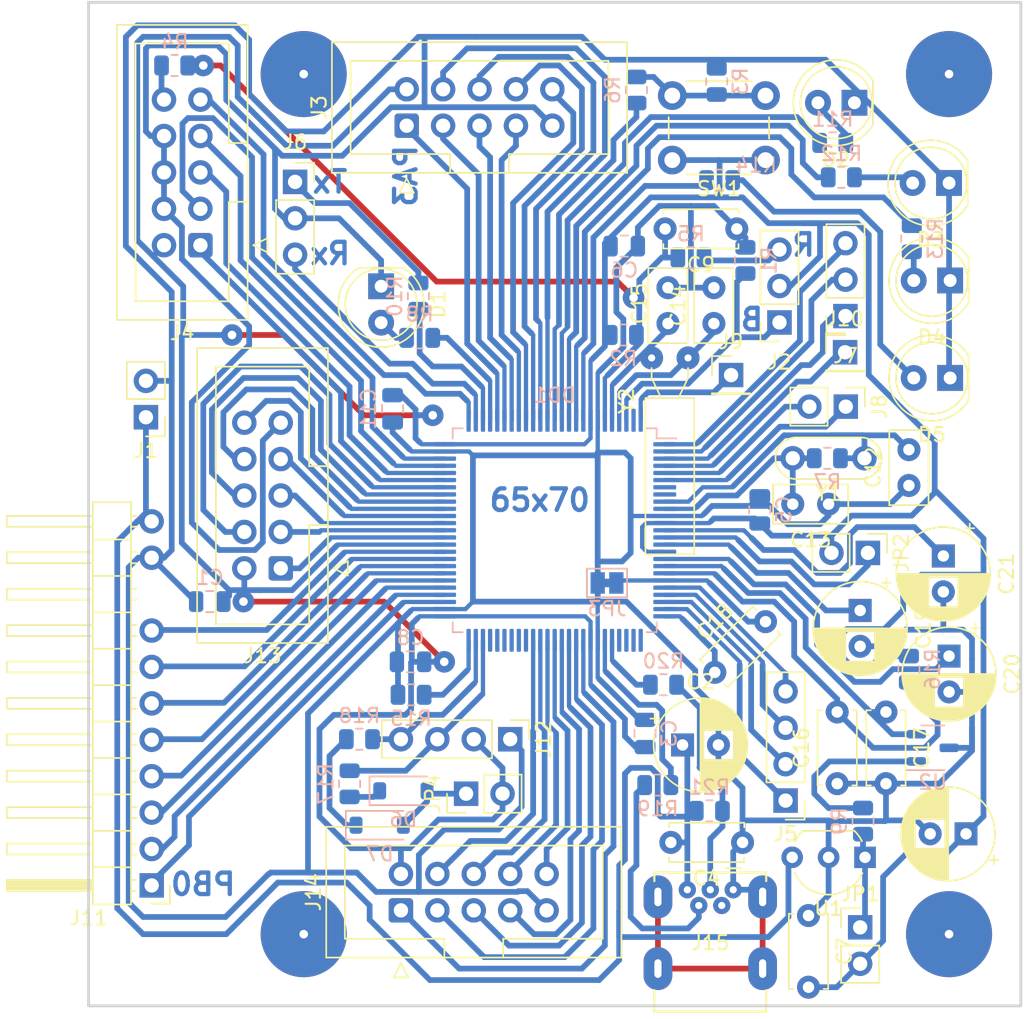
<source format=kicad_pcb>
(kicad_pcb (version 20221018) (generator pcbnew)
  (layers (0 "F.Cu" signal) (31 "B.Cu" signal) (34 "B.Paste" user) (35 "F.Paste" user) (36 "B.SilkS" user "B.Silkscreen") (37 "F.SilkS" user "F.Silkscreen") (38 "B.Mask" user) (39 "F.Mask" user) (44 "Edge.Cuts" user))
  (net 0 "")
  (net 1 "GNDD")
  (net 2 "+5V")
  (net 3 "VCC")
  (net 4 "Net-(DD1-VBAT_CAP)")
  (net 5 "Net-(DD1-VCORE_CAP)")
  (net 6 "Net-(DD1-VAON_CAP)")
  (net 7 "Net-(DD1-SDADC_CAP)")
  (net 8 "Net-(DD1-AGND)")
  (net 9 "Net-(DD1-AVCC)")
  (net 10 "Net-(DD1-XI_OSC)")
  (net 11 "Net-(DD1-XO_OSC)")
  (net 12 "Net-(DD1-XI_RTC)")
  (net 13 "Net-(DD1-XO_RTC)")
  (net 14 "Net-(DD1-AREF)")
  (net 15 "Net-(D1-A)")
  (net 16 "Net-(D2-A)")
  (net 17 "Net-(D3-A)")
  (net 18 "Net-(D4-A)")
  (net 19 "Net-(D5-A)")
  (net 20 "Net-(DD1-AT_IN0)")
  (net 21 "Net-(DD1-AT_IN1)")
  (net 22 "Net-(DD1-AT_IN2)")
  (net 23 "Net-(DD1-AT_OUT)")
  (net 24 "Net-(DD1-CMP_INN0)")
  (net 25 "Net-(DD1-CMP_INP0)")
  (net 28 "Net-(DD1-VBAT)")
  (net 29 "Net-(DD1-ADC_CH0)")
  (net 30 "Net-(DD1-ADC_CH1)")
  (net 31 "Net-(DD1-ADC_CH2)")
  (net 32 "Net-(DD1-ADC_CH3)")
  (net 37 "Net-(DD1-USB_D+)")
  (net 38 "Net-(DD1-USB_D-)")
  (net 39 "Net-(DD1-PC0)")
  (net 40 "Net-(DD1-PC1)")
  (net 41 "Net-(DD1-PC2)")
  (net 42 "Net-(DD1-PC3)")
  (net 43 "Net-(DD1-PC4)")
  (net 44 "Net-(DD1-PC5)")
  (net 45 "Net-(DD1-PC6)")
  (net 46 "Net-(DD1-PC7)")
  (net 53 "Net-(DD1-PC14)")
  (net 54 "Net-(DD1-PC15)")
  (net 55 "Net-(DD1-SERVEN)")
  (net 56 "Net-(DD1-PB0)")
  (net 57 "Net-(DD1-PB1)")
  (net 58 "Net-(DD1-PB2)")
  (net 59 "Net-(DD1-PB3)")
  (net 60 "Net-(DD1-PB4)")
  (net 61 "Net-(DD1-PB5)")
  (net 62 "Net-(DD1-PB6)")
  (net 63 "Net-(DD1-PB7)")
  (net 64 "Net-(DD1-PB8)")
  (net 65 "Net-(DD1-PB9)")
  (net 66 "Net-(DD1-PB10)")
  (net 67 "Net-(DD1-PB11)")
  (net 68 "Net-(DD1-PB12)")
  (net 69 "Net-(DD1-PB13)")
  (net 70 "Net-(DD1-PB14)")
  (net 71 "Net-(DD1-PB15)")
  (net 72 "/JTMS")
  (net 73 "/JTDO")
  (net 74 "/JTDI")
  (net 75 "/JTCK")
  (net 76 "/JRST")
  (net 77 "Net-(DD1-PA0)")
  (net 78 "Net-(DD1-PA1)")
  (net 79 "Net-(DD1-PA2)")
  (net 80 "Net-(DD1-PA3)")
  (net 81 "Net-(DD1-PA4)")
  (net 82 "Net-(DD1-PA5)")
  (net 83 "Net-(DD1-PA6)")
  (net 84 "Net-(DD1-PA7)")
  (net 85 "Net-(DD1-PA8)")
  (net 86 "Net-(DD1-PA9)")
  (net 87 "Net-(DD1-PA10)")
  (net 88 "Net-(DD1-PA11)")
  (net 89 "Net-(DD1-PA12)")
  (net 90 "Net-(DD1-PA13)")
  (net 91 "Net-(DD1-PA14)")
  (net 92 "Net-(DD1-PA15)")
  (net 93 "Net-(DD1-WAKEUP2)")
  (net 95 "Net-(DD1-WAKEUP0)")
  (net 96 "Net-(J2-Pin_3)")
  (net 97 "/RST")
  (net 98 "Net-(J6-Pin_1)")
  (net 99 "Net-(JP1-A)")
  (net 100 "Net-(D6-A)")
  (net 101 "Net-(J15-D-)")
  (net 102 "Net-(J15-D+)")
  (net 104 "Net-(D7-K)")
  (net 105 "Net-(D6-K)")
  (net 106 "Net-(R3-Pad1)")
  (net 107 "Net-(U2-Vin)")
  (net 108 "/RST2")
  (footprint "Capacitor_THT:C_Disc_D5.0mm_W2.5mm_P5.00mm" (layer "F.Cu") (at 120.6 138.6 180)
    (fp_text reference "C4")
    (fp_text value "1.0")
  )
  (footprint "Connector_PinHeader_2.54mm:PinHeader_1x04_P2.54mm_Vertical" (layer "F.Cu") (at 104.4 131.4 -90)
    (fp_text reference "J12")
    (fp_text value "I2C")
  )
  (footprint "LED_THT:LED_D5.0mm_Clear" (layer "F.Cu") (at 135 92.6 180)
    (fp_text reference "D3")
    (fp_text value "GLED")
  )
  (footprint "Capacitor_THT:C_Disc_D5.0mm_W2.5mm_P2.50mm" (layer "F.Cu") (at 115.4 102.4 90)
    (fp_text reference "C15")
    (fp_text value "12")
  )
  (footprint "Connector_PinSocket_2.54mm:PinSocket_1x03_P2.54mm_Vertical" (layer "F.Cu") (at 89.4 92.52)
    (fp_text reference "J6")
    (fp_text value "UART")
  )
  (footprint "LED_THT:LED_D5.0mm_Clear" (layer "F.Cu") (at 128.4 87 180)
    (fp_text reference "D2")
    (fp_text value "GLED")
  )
  (footprint "Connector_PinHeader_2.54mm:PinHeader_1x02_P2.54mm_Vertical" (layer "F.Cu") (at 129.34 118.4 -90)
    (fp_text reference "JP2")
    (fp_text value "VBAT")
  )
  (footprint "Crystal:Resonator-2Pin_W7.0mm_H2.5mm" (layer "F.Cu") (at 129.1 111.8 180)
    (fp_text reference "Y1")
    (fp_text value "16 МГц")
  )
  (footprint "Connector_PinHeader_2.54mm:PinHeader_1x02_P2.54mm_Vertical" (layer "F.Cu") (at 79 108.94 180)
    (fp_text reference "J1")
    (fp_text value "5V")
  )
  (footprint "Connector_PinSocket_2.54mm:PinSocket_1x03_P2.54mm_Vertical" (layer "F.Cu") (at 127.775 101.88 180)
    (fp_text reference "J7")
    (fp_text value "AT_IN")
  )
  (footprint "Connector_PinHeader_2.54mm:PinHeader_1x02_P2.54mm_Vertical" (layer "F.Cu") (at 128.8 144.525)
    (fp_text reference "JP1")
    (fp_text value "PWR")
  )
  (footprint "Connector_IDC:IDC-Header_2x05_P2.54mm_Vertical" (layer "F.Cu") (at 82.8 96.94 180)
    (fp_text reference "J4")
    (fp_text value "JTAG")
  )
  (footprint "Crystal:Crystal_AT310_D3.0mm_L10.0mm_Horizontal" (layer "F.Cu") (at 114.26 104.8)
    (fp_text reference "Y2")
    (fp_text value "32 кГц")
  )
  (footprint "Connector_IDC:IDC-Header_2x05_P2.54mm_Vertical" (layer "F.Cu") (at 88.4 119.48 180)
    (fp_text reference "J13")
    (fp_text value "PORTB_H")
  )
  (footprint "Connector_PinHeader_2.54mm:PinHeader_1x04_P2.54mm_Vertical" (layer "F.Cu") (at 123.6 135.68 180)
    (fp_text reference "J5")
    (fp_text value "ADC")
  )
  (footprint "Capacitor_THT:CP_Radial_D6.3mm_P2.50mm" (layer "F.Cu") (at 116.417621 131.8)
    (fp_text reference "C2")
    (fp_text value "100.0")
  )
  (footprint "Capacitor_THT:CP_Radial_D6.3mm_P2.50mm" (layer "F.Cu") (at 135 125.6 -90)
    (fp_text reference "C20")
    (fp_text value "22.0")
  )
  (footprint "userlib:USB-mini" (layer "F.Cu") (at 119.95 141.9 180)
    (fp_text reference "J15")
    (fp_text value "USB_B_Mini")
  )
  (footprint "Connector_IDC:IDC-Header_2x05_P2.54mm_Vertical" (layer "F.Cu") (at 96.78 143.34 90)
    (fp_text reference "J14")
    (fp_text value "PortC")
  )
  (footprint "Connector_PinHeader_2.54mm:PinHeader_1x01_P2.54mm_Vertical" (layer "F.Cu") (at 119.8 106)
    (fp_text reference "J9")
    (fp_text value "WKUP0")
  )
  (footprint "LED_THT:LED_D5.0mm_Clear" (layer "F.Cu") (at 135.075 99.4 180)
    (fp_text reference "D4")
    (fp_text value "GLED")
  )
  (footprint "Capacitor_THT:C_Disc_D5.0mm_W2.5mm_P5.00mm" (layer "F.Cu") (at 130.6 129.5 -90)
    (fp_text reference "C17")
    (fp_text value "0.1")
  )
  (footprint "Capacitor_THT:C_Disc_D5.0mm_W2.5mm_P5.00mm" (layer "F.Cu") (at 127.2 134.5 90)
    (fp_text reference "C16")
    (fp_text value "0.1")
  )
  (footprint "Connector_IDC:IDC-Header_2x05_P2.54mm_Vertical" (layer "F.Cu") (at 97.18 88.6 90)
    (fp_text reference "J3")
    (fp_text value "PortA")
  )
  (footprint "Capacitor_THT:C_Disc_D5.0mm_W2.5mm_P2.50mm" (layer "F.Cu") (at 118.6 102.4 90)
    (fp_text reference "C14")
    (fp_text value "12")
  )
  (footprint "Connector_PinSocket_2.54mm:PinSocket_1x03_P2.54mm_Vertical" (layer "F.Cu") (at 123.175 102.325 180)
    (fp_text reference "J2")
    (fp_text value "BOOTRST")
  )
  (footprint "Capacitor_THT:C_Disc_D5.0mm_W2.5mm_P2.50mm" (layer "F.Cu") (at 132.2 113.7 90)
    (fp_text reference "C12")
    (fp_text value "10")
  )
  (footprint "Button_Switch_THT:SW_PUSH_6mm_H8mm" (layer "F.Cu") (at 122.2 91 180)
    (fp_text reference "SW1")
    (fp_text value "~")
  )
  (footprint "Capacitor_THT:C_Disc_D5.0mm_W2.5mm_P2.50mm" (layer "F.Cu") (at 126.6 115 180)
    (fp_text reference "C13")
    (fp_text value "10")
  )
  (footprint "LED_THT:LED_D5.0mm_Clear" (layer "F.Cu") (at 135.075 106.2 180)
    (fp_text reference "D5")
    (fp_text value "GLED")
  )
  (footprint "Package_TO_SOT_THT:TO-92_Inline_Wide" (layer "F.Cu") (at 129.14 139.64 180)
    (fp_text reference "U1")
    (fp_text value "L78L33_TO92")
  )
  (footprint "Capacitor_THT:CP_Radial_D6.3mm_P2.50mm" (layer "F.Cu") (at 134.6 118.61762 -90)
    (fp_text reference "C21")
    (fp_text value "22.0")
  )
  (footprint "Capacitor_THT:CP_Radial_D6.3mm_P2.50mm" (layer "F.Cu") (at 136.18238 138 180)
    (fp_text reference "C10" hide)
    (fp_text value "100.0")
  )
  (footprint "Capacitor_THT:C_Disc_D5.0mm_W2.5mm_P5.00mm" (layer "F.Cu") (at 120.2 95.8 180)
    (fp_text reference "C9")
    (fp_text value "0.1")
  )
  (footprint "Connector_PinHeader_2.54mm:PinHeader_1x02_P2.54mm_Vertical" (layer "F.Cu") (at 101.325 135.2 90)
    (fp_text reference "JP4")
    (fp_text value "I2C_PWR")
  )
  (footprint "Capacitor_THT:CP_Radial_D6.3mm_P2.50mm" (layer "F.Cu") (at 128.8 122.417621 -90)
    (fp_text reference "C19")
    (fp_text value "22.0")
  )
  (footprint "Connector_PinHeader_2.54mm:PinHeader_1x11_P2.54mm_Horizontal" (layer "F.Cu") (at 79.4 141.6 180)
    (fp_text reference "J11")
    (fp_text value "PORTB")
  )
  (footprint "Connector_PinHeader_2.54mm:PinHeader_1x01_P2.54mm_Vertical" (layer "F.Cu") (at 127.75 104.405)
    (fp_text reference "J10")
    (fp_text value "AT_OUT")
  )
  (footprint "Capacitor_THT:C_Disc_D5.0mm_W2.5mm_P5.00mm" (layer "F.Cu") (at 125.2 143.7 -90)
    (fp_text reference "C7")
    (fp_text value "1.0")
  )
  (footprint "Capacitor_THT:C_Disc_D5.0mm_W2.5mm_P5.00mm" (layer "F.Cu") (at 118.664466 126.735534 45)
    (fp_text reference "C18")
    (fp_text value "0.1")
  )
  (footprint "LED_THT:LED_D5.0mm_Clear" (layer "F.Cu") (at 95.4 99.8 -90)
    (fp_text reference "D1")
    (fp_text value "GLED")
  )
  (footprint "Connector_PinHeader_2.54mm:PinHeader_1x02_P2.54mm_Vertical" (layer "F.Cu") (at 127.8 108.2 -90)
    (fp_text reference "J8")
    (fp_text value "CMP0")
  )
  (footprint "Resistor_SMD:R_0805_2012Metric" (layer "B.Cu") (at 93.2 134.5125 -90)
    (fp_text reference "R17")
    (fp_text value "1k")
  )
  (footprint "Capacitor_SMD:C_0805_2012Metric" (layer "B.Cu") (at 97.45 126 180)
    (fp_text reference "C8")
    (fp_text value "0.1")
  )
  (footprint "Capacitor_SMD:C_0805_2012Metric" (layer "B.Cu") (at 83.45 121.8 180)
    (fp_text reference "C1")
    (fp_text value "0.1")
  )
  (footprint "Resistor_SMD:R_0805_2012Metric" (layer "B.Cu") (at 117 97.8 180)
    (fp_text reference "R5")
    (fp_text value "1k")
  )
  (footprint "Resistor_SMD:R_0805_2012Metric" (layer "B.Cu") (at 118.8 85.5125 90)
    (fp_text reference "R3")
    (fp_text value "20k")
  )
  (footprint "Resistor_SMD:R_0805_2012Metric" (layer "B.Cu") (at 126.5125 111.8)
    (fp_text reference "R7")
    (fp_text value "1M")
  )
  (footprint "Resistor_SMD:R_0805_2012Metric" (layer "B.Cu") (at 119 92.4 180)
    (fp_text reference "R14")
    (fp_text value "1k")
  )
  (footprint "Resistor_SMD:R_0805_2012Metric" (layer "B.Cu") (at 93.8875 131.4 180)
    (fp_text reference "R18")
    (fp_text value "1k")
  )
  (footprint "Resistor_SMD:R_0805_2012Metric" (layer "B.Cu") (at 126.8875 89.8 180)
    (fp_text reference "R11")
    (fp_text value "1k")
  )
  (footprint "Resistor_SMD:R_0805_2012Metric" (layer "B.Cu") (at 113.2 86.1125 -90)
    (fp_text reference "R6")
    (fp_text value "100")
  )
  (footprint "Resistor_SMD:R_0805_2012Metric" (layer "B.Cu") (at 115.0875 127.6 180)
    (fp_text reference "R20")
    (fp_text value "68")
  )
  (footprint "Capacitor_SMD:C_0805_2012Metric" (layer "B.Cu") (at 112.35 97)
    (fp_text reference "C6")
    (fp_text value "0.1")
  )
  (footprint "Resistor_SMD:R_0805_2012Metric" (layer "B.Cu") (at 114.6875 134.6)
    (fp_text reference "R19")
    (fp_text value "68")
  )
  (footprint "Jumper:SolderJumper-2_P1.3mm_Bridged_Pad1.0x1.5mm" (layer "B.Cu") (at 111.15 120.5)
    (fp_text reference "JP3")
    (fp_text value "SolderJumper_2_Bridged")
  )
  (footprint "Resistor_SMD:R_0805_2012Metric" (layer "B.Cu") (at 120.8 98 90)
    (fp_text reference "R1")
    (fp_text value "1k")
  )
  (footprint "Resistor_SMD:R_0805_2012Metric" (layer "B.Cu") (at 129 137.1125 -90)
    (fp_text reference "R9")
    (fp_text value "0")
  )
  (footprint "Capacitor_SMD:C_0805_2012Metric" (layer "B.Cu") (at 121.8 115.4 90)
    (fp_text reference "C5")
    (fp_text value "0.1")
  )
  (footprint "Resistor_SMD:R_0805_2012Metric" (layer "B.Cu") (at 98 100.4875 -90)
    (fp_text reference "R10")
    (fp_text value "100")
  )
  (footprint "Resistor_SMD:R_0805_2012Metric" (layer "B.Cu") (at 132.2 126.5125 90)
    (fp_text reference "R16")
    (fp_text value "10")
  )
  (footprint "Capacitor_SMD:C_0805_2012Metric" (layer "B.Cu") (at 96.2 108.35 -90)
    (fp_text reference "C11")
    (fp_text value "0.1")
  )
  (footprint "Resistor_SMD:R_0805_2012Metric" (layer "B.Cu") (at 81 84.4 180)
    (fp_text reference "R4")
    (fp_text value "50")
  )
  (footprint "Resistor_SMD:R_0805_2012Metric" (layer "B.Cu") (at 98.0875 103.4 180)
    (fp_text reference "R8")
    (fp_text value "1k")
  )
  (footprint "Resistor_SMD:R_0805_2012Metric" (layer "B.Cu") (at 118.2875 136.4 180)
    (fp_text reference "R21")
    (fp_text value "1k")
  )
  (footprint "Package_TO_SOT_SMD:SOT-23-3" (layer "B.Cu") (at 133.8625 132)
    (fp_text reference "U2")
    (fp_text value "MCP1525-TT")
  )
  (footprint "Package_QFP:LQFP-100_14x14mm_P0.5mm" (layer "B.Cu") (at 107.5 116.825 180)
    (fp_text reference "DD1")
    (fp_text value "1921вг015")
  )
  (footprint "Capacitor_SMD:C_0805_2012Metric" (layer "B.Cu") (at 113.8 131 90)
    (fp_text reference "C3")
    (fp_text value "0.1")
  )
  (footprint "Resistor_SMD:R_0805_2012Metric" (layer "B.Cu") (at 132.4 96.4875 90)
    (fp_text reference "R13")
    (fp_text value "1k")
  )
  (footprint "Diode_SMD:D_SOD-123" (layer "B.Cu") (at 96.95 135)
    (fp_text reference "D6")
    (fp_text value "MBR0530")
  )
  (footprint "Resistor_SMD:R_0805_2012Metric" (layer "B.Cu") (at 112.2875 103.2)
    (fp_text reference "R2")
    (fp_text value "20k")
  )
  (footprint "Diode_SMD:D_SOD-123" (layer "B.Cu") (at 95.3 137.4)
    (fp_text reference "D7")
    (fp_text value "MBR0530")
  )
  (footprint "Resistor_SMD:R_0805_2012Metric" (layer "B.Cu") (at 127.4875 92.2 180)
    (fp_text reference "R12")
    (fp_text value "1k")
  )
  (footprint "Resistor_SMD:R_0805_2012Metric" (layer "B.Cu") (at 97.4875 128.3)
    (fp_text reference "R15")
    (fp_text value "1k")
  )
  (gr_rect (start 75 80) (end 140 150) (stroke (width 0.2)) (fill none) (layer "Edge.Cuts"))
  (gr_text "Tx" (at 93.2 93.4) (layer "B.Cu") (effects (font (size 1.5 1.5) (thickness 0.3) bold) (justify left bottom mirror)))
  (gr_text "B" (at 122.2 103) (layer "B.Cu") (effects (font (size 1.5 1.5) (thickness 0.3) bold) (justify left bottom mirror)))
  (gr_text "65x70" (at 102.8 115.6) (layer "B.Cu") (effects (font (size 1.5 1.5) (thickness 0.3) bold) (justify left bottom)))
  (gr_text "Rx" (at 93.4 98.4) (layer "B.Cu") (effects (font (size 1.5 1.5) (thickness 0.3) bold) (justify left bottom mirror)))
  (gr_text "PA3" (at 98 89.8 90) (layer "B.Cu") (effects (font (size 1.5 1.5) (thickness 0.3) bold) (justify left bottom mirror)))
  (gr_text "R" (at 125.8 97.8) (layer "B.Cu") (effects (font (size 1.5 1.5) (thickness 0.3) bold) (justify left bottom mirror)))
  (gr_text "PB0" (at 85.4 142.4) (layer "B.Cu") (effects (font (size 1.5 1.5) (thickness 0.3) bold) (justify left bottom mirror)))
  (via (at 135 145) (size 6) (drill 0.6) (layers "F.Cu" "B.Cu") (net 0))
  (via (at 135 85) (size 6) (drill 0.6) (layers "F.Cu" "B.Cu") (net 0))
  (via (at 90 145) (size 6) (drill 0.6) (layers "F.Cu" "B.Cu") (net 0))
  (via (at 90 85) (size 6) (drill 0.6) (layers "F.Cu" "B.Cu") (net 0))
  (segment (start 122 142.4) (end 122 147.4) (width 0.4) (layer "F.Cu") (net 1))
  (segment (start 114.7 142.4) (end 114.7 147.4) (width 0.4) (layer "F.Cu") (net 1))
  (segment (start 114.7 147.4) (end 122 147.4) (width 0.4) (layer "F.Cu") (net 1))
  (segment (start 122.575 115.225) (end 123.75 116.4) (width 0.4) (layer "B.Cu") (net 1))
  (segment (start 86.2 103.9) (end 86.2 102.6) (width 0.4) (layer "B.Cu") (net 1))
  (segment (start 88.5 90.7) (end 88 90.2) (width 0.4) (layer "B.Cu") (net 1))
  (segment (start 117 99.9) (end 118.6 99.9) (width 0.4) (layer "B.Cu") (net 1))
  (segment (start 105.6 142) (end 104.967767 142) (width 0.4) (layer "B.Cu") (net 1))
  (segment (start 98 142.05) (end 98.03 142.02) (width 0.4) (layer "B.Cu") (net 1))
  (segment (start 120.6 137.1) (end 120.6 137.4) (width 0.4) (layer "B.Cu") (net 1))
  (segment (start 80.26 89.32) (end 80.26 94.4) (width 0.4) (layer "B.Cu") (net 1))
  (segment (start 98.4 87.31) (end 106.05 87.31) (width 0.4) (layer "B.Cu") (net 1))
  (segment (start 110.2 121.8) (end 110.5 121.8) (width 0.4) (layer "B.Cu") (net 1))
  (segment (start 93.7 140.7) (end 90.3 140.7) (width 0.4) (layer "B.Cu") (net 1))
  (segment (start 99.825 122.325) (end 101.275 122.325) (width 0.3) (layer "B.Cu") (net 1))
  (segment (start 118.917621 133.117621) (end 120.6 134.8) (width 0.4) (layer "B.Cu") (net 1))
  (segment (start 101.8 121.8) (end 101.8 111.6) (width 0.4) (layer "B.Cu") (net 1))
  (segment (start 115.175 115.825) (end 112.825 115.825) (width 0.3) (layer "B.Cu") (net 1))
  (segment (start 113.3 97) (end 113.3 95.7) (width 0.4) (layer "B.Cu") (net 1))
  (segment (start 98.43 82.43) (end 98.4 82.4) (width 0.4) (layer "B.Cu") (net 1))
  (segment (start 98.4 82.4) (end 102 82.4) (width 0.4) (layer "B.Cu") (net 1))
  (segment (start 104.967767 142) (end 104.917767 142.05) (width 0.4) (layer "B.Cu") (net 1))
  (segment (start 122.475 115.125) (end 122.575 115.225) (width 0.4) (layer "B.Cu") (net 1))
  (segment (start 134.6 123.75881) (end 135.95881 123.75881) (width 0.4) (layer "B.Cu") (net 1))
  (segment (start 112.2 119) (end 110.5 119) (width 0.4) (layer "B.Cu") (net 1))
  (segment (start 110.2 121.8) (end 112.5 121.8) (width 0.4) (layer "B.Cu") (net 1))
  (segment (start 110.5 112) (end 110.5 111.4) (width 0.4) (layer "B.Cu") (net 1))
  (segment (start 86.2 102.6) (end 81.51 97.91) (width 0.4) (layer "B.Cu") (net 1))
  (segment (start 134.6 121.11762) (end 134.6 123.75881) (width 0.4) (layer "B.Cu") (net 1))
  (segment (start 112.2875 102.0875) (end 111.8 101.6) (width 0.4) (layer "B.Cu") (net 1))
  (segment (start 78.8 143.8) (end 84.55 143.8) (width 0.4) (layer "B.Cu") (net 1))
  (segment (start 112.4 111.4) (end 112.8 111.8) (width 0.4) (layer "B.Cu") (net 1))
  (segment (start 136.6 130.6) (end 136.6 132) (width 0.4) (layer "B.Cu") (net 1))
  (segment (start 130.55 137.1125) (end 130.6 137.0625) (width 0.4) (layer "B.Cu") (net 1))
  (segment (start 126.6 115.8) (end 126.6 115) (width 0.4) (layer "B.Cu") (net 1))
  (segment (start 96.575 123.325) (end 96.575 127) (width 0.4) (layer "B.Cu") (net 1))
  (segment (start 96.09 87.31) (end 92.7 90.7) (width 0.4) (layer "B.Cu") (net 1))
  (segment (start 120.6 137.4) (end 120.6 138.6) (width 0.4) (layer "B.Cu") (net 1))
  (segment (start 80.26 89.32) (end 79.32 89.32) (width 0.4) (layer "B.Cu") (net 1))
  (segment (start 118.6 94.2) (end 119.3 94.9) (width 0.4) (layer "B.Cu") (net 1))
  (segment (start 126.6 137.0625) (end 126.65 137.1125) (width 0.4) (layer "B.Cu") (net 1))
  (segment (start 114.35 94.65) (end 114.8 94.2) (width 0.4) (layer "B.Cu") (net 1))
  (segment (start 117.9 115.7) (end 118.475 115.125) (width 0.4) (layer "B.Cu") (net 1))
  (segment (start 126.6 139.64) (end 126.6 142.3) (width 0.4) (layer "B.Cu") (net 1))
  (segment (start 119.95 141.9) (end 121.5 141.9) (width 0.4) (layer "B.Cu") (net 1))
  (segment (start 135 106.125) (end 135.075 106.2) (width 0.4) (layer "B.Cu") (net 1))
  (segment (start 77.8 119.4) (end 77.8 142.8) (width 0.4) (layer "B.Cu") (net 1))
  (segment (start 84.102943 118.2) (end 82.2 116.297057) (width 0.4) (layer "B.Cu") (net 1))
  (segment (start 77.6 82.4) (end 78.4 81.6) (width 0.4) (layer "B.Cu") (net 1))
  (segment (start 88.66 95.06) (end 89.4 95.06) (width 0.4) (layer "B.Cu") (net 1))
  (segment (start 121.8 114.45) (end 122.575 115.225) (width 0.4) (layer "B.Cu") (net 1))
  (segment (start 120.6375 137.0625) (end 120.6 137.1) (width 0.4) (layer "B.Cu") (net 1))
  (segment (start 111 84) (end 126.4 84) (width 0.4) (layer "B.Cu") (net 1))
  (segment (start 80.8 118.2) (end 80.8 106.4) (width 0.4) (layer "B.Cu") (net 1))
  (segment (start 88 94.4) (end 88.66 95.06) (width 0.4) (layer "B.Cu") (net 1))
  (segment (start 92.7 90.7) (end 88.5 90.7) (width 0.4) (layer "B.Cu") (net 1))
  (segment (start 101.275 122.325) (end 101.8 121.8) (width 0.3) (layer "B.Cu") (net 1))
  (segment (start 80.8 100.2) (end 77.6 97) (width 0.4) (layer "B.Cu") (net 1))
  (segment (start 88 90.2) (end 88 94.4) (width 0.4) (layer "B.Cu") (net 1))
  (segment (start 117 99.9) (end 117 94.2) (width 0.4) (layer "B.Cu") (net 1))
  (segment (start 78.46 118.74) (end 77.8 119.4) (width 0.4) (layer "B.Cu") (net 1))
  (segment (start 98.4 87.31) (end 98.43 87.28) (width 0.4) (layer "B.Cu") (net 1))
  (segment (start 98 82.4) (end 98.4 82.4) (width 0.4) (layer "B.Cu") (net 1))
  (segment (start 126.4 84) (end 135 92.6) (width 0.4) (layer "B.Cu") (net 1))
  (segment (start 110.5 105.851472) (end 110.5 109.15) (width 0.3) (layer "B.Cu") (net 1))
  (segment (start 99.825 122.325) (end 97.575 122.325) (width 0.3) (layer "B.Cu") (net 1))
  (segment (start 101.525 111.325) (end 101.8 111.6) (width 0.3) (layer "B.Cu") (net 1))
  (segment (start 112.2875 104.063972) (end 112.2875 102.0875) (width 0.4) (layer "B.Cu") (net 1))
  (segment (start 112.5 121.8) (end 117.3 126.6) (width 0.4) (layer "B.Cu") (net 1))
  (segment (start 117.3 127.8) (end 118.917621 129.417621) (width 0.4) (layer "B.Cu") (net 1))
  (segment (start 79.4 118.74) (end 80.26 118.74) (width 0.4) (layer "B.Cu") (net 1))
  (segment (start 96.85 123.05) (end 96.575 123.325) (width 0.4) (layer "B.Cu") (net 1))
  (segment (start 86.6 118.2) (end 84.102943 118.2) (width 0.4) (layer "B.Cu") (net 1))
  (segment (start 110.5 121.8) (end 110.5 119) (width 0.4) (layer "B.Cu") (net 1))
  (segment (start 98.43 87.28) (end 98.43 82.43) (width 0.4) (layer "B.Cu") (net 1))
  (segment (start 115.4 99.9) (end 117 99.9) (width 0.4) (layer "B.Cu") (net 1))
  (segment (start 119.95 139.25) (end 120.6 138.6) (width 0.4) (layer "B.Cu") (net 1))
  (segment (start 117.775 115.825) (end 117.9 115.7) (width 0.3) (layer "B.Cu") (net 1))
  (segment (start 120.8 96.4) (end 120.2 95.8) (width 0.4) (layer "B.Cu") (net 1))
  (segment (start 88.8 89) (end 91.4 89) (width 0.4) (layer "B.Cu") (net 1))
  (segment (start 86.2 82.6) (end 86.2 86.4) (width 0.4) (layer "B.Cu") (net 1))
  (segment (start 128.8 124.917621) (end 130.799999 124.917621) (width 0.4) (layer "B.Cu") (net 1))
  (segment (start 106.05 87.31) (end 107.34 88.6) (width 0.4) (layer "B.Cu") (net 1))
  (segment (start 91.4 89) (end 98 82.4) (width 0.4) (layer "B.Cu") (net 1))
  (segment (start 136.6 132) (end 135 132) (width 0.4) (layer "B.Cu") (net 1))
  (segment (start 86.2 86.4) (end 88.8 89) (width 0.4) (layer "B.Cu") (net 1))
  (segment (start 113.45 130.05) (end 113.8 130.05) (width 0.4) (layer "B.Cu") (net 1))
  (segment (start 110.5 112) (end 110.5 111.6) (width 0.4) (layer "B.Cu") (net 1))
  (segment (start 110.5 109.15) (end 110.5 111.4) (width 0.3) (layer "B.Cu") (net 1))
  (segment (start 79 106.4) (end 80.8 106.4) (width 0.4) (layer "B.Cu") (net 1))
  (segment (start 130.9 115) (end 132.2 113.7) (width 0.4) (layer "B.Cu") (net 1))
  (segment (start 84.6 83.6) (end 84.6 86.8) (width 0.4) (layer "B.Cu") (net 1))
  (segment (start 103.6 137.7) (end 105.2 136.1) (width 0.4) (layer "B.Cu") (net 1))
  (segment (start 88.4 109.32) (end 87.15 110.57) (width 0.4) (layer "B.Cu") (net 1))
  (segment (start 101.8 121.8) (end 110.2 121.8) (width 0.4) (layer "B.Cu") (net 1))
  (segment (start 79 89) (end 79 83.2) (width 0.4) (layer "B.Cu") (net 1))
  (segment (start 90.3 140.7) (end 90.3 129.6) (width 0.4) (layer "B.Cu") (net 1))
  (segment (start 118.917621 129.417621) (end 118.917621 131.8) (width 0.4) (layer "B.Cu") (net 1))
  (segment (start 84.6 86.8) (end 88 90.2) (width 0.4) (layer "B.Cu") (net 1))
  (segment (start 104.917767 142.05) (end 98 142.05) (width 0.4) (layer "B.Cu") (net 1))
  (segment (start 126.6 139.64) (end 126.6 137.0625) (width 0.4) (layer "B.Cu") (net 1))
  (segment (start 97.4 111.2) (end 96.2 110) (width 0.4) (layer "B.Cu") (net 1))
  (segment (start 81.51 97.91) (end 81.51 95.65) (width 0.4) (layer "B.Cu") (net 1))
  (segment (start 110.5 122) (end 110.5 121.8) (width 0.4) (layer "B.Cu") (net 1))
  (segment (start 92.46 95.06) (end 95.4 98) (width 0.4) (layer "B.Cu") (net 1))
  (segment (start 112.8 118.4) (end 112.2 119) (width 0.4) (layer "B.Cu") (net 1))
  (segment (start 130.799999 124.917621) (end 131.95881 123.75881) (width 0.4) (layer "B.Cu") (net 1))
  (segment (start 97.575 122.325) (end 97.45 122.45) (width 0.3) (layer "B.Cu") (net 1))
  (segment (start 110.5 111.4) (end 112.4 111.4) (width 0.4) (layer "B.Cu") (net 1))
  (segment (start 95.05 142.05) (end 93.7 140.7) (width 0.4) (layer "B.Cu") (net 1))
  (segment (start 120.8 97.0875) (end 120.8 96.4) (width 0.4) (layer "B.Cu") (net 1))
  (segment (start 136.6 132.2) (end 135.1 133.7) (width 0.4) (layer "B.Cu") (net 1))
  (segment (start 112.8 111.8) (end 112.8 115.8) (width 0.4) (layer "B.Cu") (net 1))
  (segment (start 109.4 82.4) (end 111 84) (width 0.4) (layer "B.Cu") (net 1))
  (segment (start 85.2 81.6) (end 86.2 82.6) (width 0.4) (layer "B.Cu") (net 1))
  (segment (start 130.6 134.5) (end 130.6 137.0625) (width 0.4) (layer "B.Cu") (net 1))
  (segment (start 79.32 89.32) (end 79 89) (width 0.4) (layer "B.Cu") (net 1))
  (segment (start 95.4 98) (end 95.4 99.8) (width 0.4) (layer "B.Cu") (net 1))
  (segment (start 117 94.2) (end 118.6 94.2) (width 0.4) (layer "B.Cu") (net 1))
  (segment (start 126 116.4) (end 126.6 115.8) (width 0.4) (layer "B.Cu") (net 1))
  (segment (start 80.26 118.74) (end 80.8 118.2) (width 0.4) (layer "B.Cu") (net 1))
  (segment (start 113.3 95.7) (end 114.35 94.65) (width 0.4) (layer "B.Cu") (net 1))
  (segment (start 82.46 121.8) (end 82.5 121.8) (width 0.4) (layer "B.Cu") (net 1))
  (segment (start 80.8 106.4) (end 80.8 100.2) (width 0.4) (layer "B.Cu") (net 1))
  (segment (start 89.4 95.06) (end 92.46 95.06) (width 0.4) (layer "B.Cu") (net 1))
  (segment (start 87.15 110.57) (end 87.15 117.65) (width 0.4) (layer "B.Cu") (net 1))
  (segment (start 84.55 143.8) (end 87.55 140.8) (width 0.4) (layer "B.Cu") (net 1))
  (segment (start 99.825 111.325) (end 101.525 111.325) (width 0.3) (layer "B.Cu") (net 1))
  (segment (start 87.6 140.8) (end 87.7 140.7) (width 0.4) (layer "B.Cu") (net 1))
  (segment (start 98 142.05) (end 95.05 142.05) (width 0.4) (layer "B.Cu") (net 1))
  (segment (start 136.6 124.4) (end 136.6 125.8) (width 0.4) (layer "B.Cu") (net 1))
  (segment (start 110.5 124.5) (end 110.5 127.1) (width 0.3) (layer "B.Cu") (net 1))
  (segment (start 112.8 115.8) (end 112.8 118.4) (width 0.4) (layer "B.Cu") (net 1))
  (segment (start 119.95 141.9) (end 119.95 139.25) (width 0.4) (layer "B.Cu") (net 1))
  (segment (start 110.5 111.6) (end 101.8 111.6) (width 0.4) (layer "B.Cu") (net 1))
  (segment (start 77.8 142.8) (end 78.8 143.8) (width 0.4) (layer "B.Cu") (net 1))
  (segment (start 79.4 118.74) (end 78.46 118.74) (width 0.4) (layer "B.Cu") (net 1))
  (segment (start 126.6 115) (end 130.9 115) (width 0.4) (layer "B.Cu") (net 1))
  (segment (start 96.575 127) (end 96.575 128.3) (width 0.4) (layer "B.Cu") (net 1))
  (segment (start 98.03 142.02) (end 98.03 139.47) (width 0.4) (layer "B.Cu") (net 1))
  (segment (start 82.2 107.9) (end 86.2 103.9) (width 0.4) (layer "B.Cu") (net 1))
  (segment (start 130.6 137.0625) (end 132.74488 137.0625) (width 0.4) (layer "B.Cu") (net 1))
  (segment (start 126.65 137.1125) (end 130.55 137.1125) (width 0.4) (layer "B.Cu") (net 1))
  (segment (start 134.3 134.5) (end 127.2 134.5) (width 0.4) (layer "B.Cu") (net 1))
  (segment (start 112.825 115.825) (end 112.8 115.8) (width 0.3) (layer "B.Cu") (net 1))
  (segment (start 82.2 116.297057) (end 82.2 107.9) (width 0.4) (layer "B.Cu") (net 1))
  (segment (start 121.5 141.9) (end 122 142.4) (width 0.4) (layer "B.Cu") (net 1))
  (segment (start 136.6 128) (end 136.6 130.6) (width 0.4) (layer "B.Cu") (net 1))
  (segment (start 99.8 137.7) (end 103.6 137.7) (width 0.4) (layer "B.Cu") (net 1))
  (segment (start 123.75 116.4) (end 126 116.4) (width 0.4) (layer "B.Cu") (net 1))
  (segment (start 136.6 130.6) (end 136.6 132.2) (width 0.4) (layer "B.Cu") (net 1))
  (segment (start 131.95881 123.75881) (end 134.6 123.75881) (width 0.4) (layer "B.Cu") (net 1))
  (segment (start 115.175 115.825) (end 117.775 115.825) (width 0.3) (layer "B.Cu") (net 1))
  (segment (start 79 83.2) (end 79.2 83) (width 0.4) (layer "B.Cu") (net 1))
  (segment (start 119.05 94.65) (end 119.3 94.9) (width 0.4) (layer "B.Cu") (net 1))
  (segment (start 105.2 136.1) (end 105.2 132.2) (width 0.4) (layer "B.Cu") (net 1))
  (segment (start 111.8 98.5) (end 113.3 97) (width 0.4) (layer "B.Cu") (net 1))
  (segment (start 84 83) (end 84.6 83.6) (width 0.4) (layer "B.Cu") (net 1))
  (segment (start 117.3 126.6) (end 117.3 127.8) (width 0.4) (layer "B.Cu") (net 1))
  (segment (start 121.125 115.125) (end 122.475 115.125) (width 0.4) (layer "B.Cu") (net 1))
  (segment (start 132.74488 137.0625) (end 133.68238 138) (width 0.4) (layer "B.Cu") (net 1))
  (segment (start 135 92.6) (end 135 106.125) (width 0.4) (layer "B.Cu") (net 1))
  (segment (start 99.825 111.325) (end 97.525 111.325) (width 0.3) (layer "B.Cu") (net 1))
  (segment (start 110.6 105.751472) (end 110.5 105.851472) (width 0.3) (layer "B.Cu") (net 1))
  (segment (start 97.525 111.325) (end 97.4 111.2) (width 0.3) (layer "B.Cu") (net 1))
  (segment (start 118.475 115.125) (end 121.125 115.125) (width 0.4) (layer "B.Cu") (net 1))
  (segment (start 87.15 117.65) (end 86.6 118.2) (width 0.4) (layer "B.Cu") (net 1))
  (segment (start 114.8 94.2) (end 117 94.2) (width 0.4) (layer "B.Cu") (net 1))
  (segment (start 90.3 129.6) (end 96.85 123.05) (width 0.4) (layer "B.Cu") (net 1))
  (segment (start 98.03 139.47) (end 99.8 137.7) (width 0.4) (layer "B.Cu") (net 1))
  (segment (start 110.5 119) (end 110.5 115) (width 0.4) (layer "B.Cu") (net 1))
  (segment (start 110.6 105.751472) (end 112.2875 104.063972) (width 0.4) (layer "B.Cu") (net 1))
  (segment (start 111.8 101.6) (end 111.8 98.5) (width 0.4) (layer "B.Cu") (net 1))
  (segment (start 77.6 97) (end 77.6 82.4) (width 0.4) (layer "B.Cu") (net 1))
  (segment (start 79.4 118.74) (end 82.46 121.8) (width 0.4) (layer "B.Cu") (net 1))
  (segment (start 135 128.1) (end 136.5 128.1) (width 0.4) (layer "B.Cu") (net 1))
  (segment (start 135.1 133.7) (end 134.3 134.5) (width 0.4) (layer "B.Cu") (net 1))
  (segment (start 119.3 94.9) (end 120.2 95.8) (width 0.4) (layer "B.Cu") (net 1))
  (segment (start 102 82.4) (end 109.4 82.4) (width 0.4) (layer "B.Cu") (net 1))
  (segment (start 126.6 137.0625) (end 120.6375 137.0625) (width 0.4) (layer "B.Cu") (net 1))
  (segment (start 87.55 140.8) (end 87.6 140.8) (width 0.4) (layer "B.Cu") (net 1))
  (segment (start 110.5 115) (end 110.5 112) (width 0.4) (layer "B.Cu") (net 1))
  (segment (start 105.2 132.2) (end 104.4 131.4) (width 0.4) (layer "B.Cu") (net 1))
  (segment (start 106.94 143.34) (end 105.6 142) (width 0.4) (layer "B.Cu") (net 1))
  (segment (start 81.51 95.65) (end 80.26 94.4) (width 0.4) (layer "B.Cu") (net 1))
  (segment (start 110.6 127.2) (end 113.45 130.05) (width 0.4) (layer "B.Cu") (net 1))
  (segment (start 110.5 127.1) (end 110.6 127.2) (width 0.3) (layer "B.Cu") (net 1))
  (segment (start 78.4 81.6) (end 85.2 81.6) (width 0.4) (layer "B.Cu") (net 1))
  (segment (start 121.125 115.125) (end 121.8 114.45) (width 0.4) (layer "B.Cu") (net 1))
  (segment (start 79.2 83) (end 84 83) (width 0.4) (layer "B.Cu") (net 1))
  (segment (start 96.2 110) (end 96.2 109.3) (width 0.4) (layer "B.Cu") (net 1))
  (segment (start 135.95881 123.75881) (end 136.6 124.4) (width 0.4) (layer "B.Cu") (net 1))
  (segment (start 97.45 122.45) (end 96.85 123.05) (width 0.4) (layer "B.Cu") (net 1))
  (segment (start 118.917621 131.8) (end 118.917621 133.117621) (width 0.4) (layer "B.Cu") (net 1))
  (segment (start 110.5 124.5) (end 110.5 121.8) (width 0.3) (layer "B.Cu") (net 1))
  (segment (start 126.6 142.3) (end 125.2 143.7) (width 0.4) (layer "B.Cu") (net 1))
  (segment (start 96.09 87.31) (end 98.4 87.31) (width 0.4) (layer "B.Cu") (net 1))
  (segment (start 136.6 125.8) (end 136.6 128) (width 0.4) (layer "B.Cu") (net 1))
  (segment (start 120.6 134.8) (end 120.6 137.4) (width 0.4) (layer "B.Cu") (net 1))
  (segment (start 136.5 128.1) (end 136.6 128) (width 0.4) (layer "B.Cu") (net 1))
  (segment (start 87.7 140.7) (end 93.7 140.7) (width 0.4) (layer "B.Cu") (net 1))
  (segment (start 78.4 116.2) (end 77.8 116.8) (width 0.4) (layer "B.Cu") (net 2))
  (segment (start 122.4 145.2) (end 123.8 143.8) (width 0.4) (layer "B.Cu") (net 2))
  (segment (start 112 143.4) (end 112 145.2) (width 0.4) (layer "B.Cu") (net 2))
  (segment (start 114.9 136.8) (end 114.6875 136.5875) (width 0.4) (layer "B.Cu") (net 2))
  (segment (start 123.8 139.9) (end 124.06 139.64) (width 0.4) (layer "B.Cu") (net 2))
  (segment (start 98.8 148.2) (end 110.6 148.2) (width 0.4) (layer "B.Cu") (net 2))
  (segment (start 114.213666 133.4) (end 112.8 133.4) (width 0.4) (layer "B.Cu") (net 2))
  (segment (start 88.2 141.4) (end 93 141.4) (width 0.4) (layer "B.Cu") (net 2))
  (segment (start 112 145.2) (end 122.4 145.2) (width 0.4) (layer "B.Cu") (net 2))
  (segment (start 112.4 133.8) (end 112.4 139.8) (width 0.4) (layer "B.Cu") (net 2))
  (segment (start 114.6875 133.873834) (end 114.213666 133.4) (width 0.4) (layer "B.Cu") (net 2))
  (segment (start 78.8 145) (end 84.6 145) (width 0.4) (layer "B.Cu") (net 2))
  (segment (start 77 143.2) (end 78.8 145) (width 0.4) (layer "B.Cu") (net 2))
  (segment (start 94.6 144) (end 98.8 148.2) (width 0.4) (layer "B.Cu") (net 2))
  (segment (start 116.75 136.8) (end 114.9 136.8) (width 0.4) (layer "B.Cu") (net 2))
  (segment (start 116.75 138.6) (end 115.6 138.6) (width 0.4) (layer "B.Cu") (net 2))
  (segment (start 116.75 141.9) (end 116.75 138.6) (width 0.4) (layer "B.Cu") (net 2))
  (segment (start 77 117.6) (end 77 143.2) (width 0.4) (layer "B.Cu") (net 2))
  (segment (start 114.6875 136.5875) (end 114.6875 133.873834) (width 0.4) (layer "B.Cu") (net 2))
  (segment (start 112.4 139.8) (end 112 140.2) (width 0.4) (layer "B.Cu") (net 2))
  (segment (start 79.4 116.2) (end 78.4 116.2) (width 0.4) (layer "B.Cu") (net 2))
  (segment (start 79 115.6) (end 77.8 116.8) (width 0.4) (layer "B.Cu") (net 2))
  (segment (start 123.8 143.8) (end 123.8 139.9) (width 0.4) (layer "B.Cu") (net 2))
  (segment (start 116.75 132.132379) (end 116.417621 131.8) (width 0.4) (layer "B.Cu") (net 2))
  (segment (start 112 140.2) (end 112 143.4) (width 0.4) (layer "B.Cu") (net 2))
  (segment (start 116.75 138.6) (end 116.75 136.8) (width 0.4) (layer "B.Cu") (net 2))
  (segment (start 94.6 143) (end 94.6 144) (width 0.4) (layer "B.Cu") (net 2))
  (segment (start 112 146.8) (end 112 143.4) (width 0.4) (layer "B.Cu") (net 2))
  (segment (start 110.6 148.2) (end 112 146.8) (width 0.4) (layer "B.Cu") (net 2))
  (segment (start 112.8 133.4) (end 112.4 133.8) (width 0.4) (layer "B.Cu") (net 2))
  (segment (start 84.6 145) (end 88.2 141.4) (width 0.4) (layer "B.Cu") (net 2))
  (segment (start 93 141.4) (end 94.6 143) (width 0.4) (layer "B.Cu") (net 2))
  (segment (start 77.8 116.8) (end 77 117.6) (width 0.4) (layer "B.Cu") (net 2))
  (segment (start 116.75 136.8) (end 116.75 132.132379) (width 0.4) (layer "B.Cu") (net 2))
  (segment (start 79 108.94) (end 79 115.6) (width 0.4) (layer "B.Cu") (net 2))
  (segment (start 95.6 121.8) (end 99.8 126) (width 0.4) (layer "F.Cu") (net 3))
  (segment (start 94.2 108.8) (end 99 108.8) (width 0.4) (layer "F.Cu") (net 3))
  (segment (start 88.6 103.2) (end 94.2 108.8) (width 0.4) (layer "F.Cu") (net 3))
  (segment (start 85 103.2) (end 88.6 103.2) (width 0.4) (layer "F.Cu") (net 3))
  (segment (start 85.8 121.8) (end 95.6 121.8) (width 0.4) (layer "F.Cu") (net 3))
  (via (at 99.8 126) (size 1.5) (drill 0.6) (layers "F.Cu" "B.Cu") (net 3))
  (via (at 85.8 121.8) (size 1.5) (drill 0.6) (layers "F.Cu" "B.Cu") (net 3))
  (via (at 99 108.8) (size 1.5) (drill 0.6) (layers "F.Cu" "B.Cu") (net 3))
  (via (at 85 103.2) (size 1.5) (drill 0.6) (layers "F.Cu" "B.Cu") (net 3))
  (segment (start 78.8 82.4) (end 84.8 82.4) (width 0.4) (layer "B.Cu") (net 3))
  (segment (start 84.8 121) (end 84.8 121.4) (width 0.4) (layer "B.Cu") (net 3))
  (segment (start 122.65 117.2) (end 121.8 116.35) (width 0.4) (layer "B.Cu") (net 3))
  (segment (start 97.8 108.8) (end 97.8 108.4) (width 0.4) (layer "B.Cu") (net 3))
  (segment (start 131.8 122.4) (end 131.8 121.2) (width 0.4) (layer "B.Cu") (net 3))
  (segment (start 114.2 93.6) (end 118.2 93.6) (width 0.4) (layer "B.Cu") (net 3))
  (segment (start 119 91) (end 122.2 91) (width 0.4) (layer "B.Cu") (net 3))
  (segment (start 99.825 117.825) (end 92.375 117.825) (width 0.3) (layer "B.Cu") (net 3))
  (segment (start 79.5 97.7) (end 78.4 96.6) (width 0.4) (layer "B.Cu") (net 3))
  (segment (start 81.6 103.2) (end 81.6 99.8) (width 0.4) (layer "B.Cu") (net 3))
  (segment (start 115.175 116.325) (end 113.875 116.325) (width 0.3) (layer "B.Cu") (net 3))
  (segment (start 103.2 137) (end 103.865 136.335) (width 0.4) (layer "B.Cu") (net 3))
  (segment (start 85.86 119.48) (end 85.86 120.94) (width 0.4) (layer "B.Cu") (net 3))
  (segment (start 99.825 110.825) (end 109.575 110.825) (width 0.3) (layer "B.Cu") (net 3))
  (segment (start 85 103.2) (end 85.2 103.2) (width 0.4) (layer "B.Cu") (net 3))
  (segment (start 98.075 122.825) (end 97.95 122.95) (width 0.3) (layer "B.Cu") (net 3))
  (segment (start 137.4 120) (end 137.4 121.4) (width 0.4) (layer "B.Cu") (net 3))
  (segment (start 127.398959 116.598959) (end 126.8 117.197919) (width 0.4) (layer "B.Cu") (net 3))
  (segment (start 99.825 122.825) (end 109.625 122.825) (width 0.3) (layer "B.Cu") (net 3))
  (segment (start 134 114) (end 134 114.2) (width 0.4) (layer "B.Cu") (net 3))
  (segment (start 103.865 133.405) (end 101.86 131.4) (width 0.4) (layer "B.Cu") (net 3))
  (segment (start 128.292661 126.4) (end 127.4 125.507339) (width 0.4) (layer "B.Cu") (net 3))
  (segment (start 132.2 125.6) (end 130.271984 125.6) (width 0.4) (layer "B.Cu") (net 3))
  (segment (start 81.5 103.3) (end 81.6 103.2) (width 0.4) (layer "B.Cu") (net 3))
  (segment (start 134 110.6) (end 134 111) (width 0.4) (layer "B.Cu") (net 3))
  (segment (start 124.8 95.4) (end 128.6 95.4) (width 0.4) (layer "B.Cu") (net 3))
  (segment (start 111 104) (end 111 96.8) (width 0.4) (layer "B.Cu") (net 3))
  (segment (start 119 91) (end 119 93.6) (width 0.4) (layer "B.Cu") (net 3))
  (segment (start 92.375 117.825) (end 92.3 117.9) (width 0.3) (layer "B.Cu") (net 3))
  (segment (start 84.8 121) (end 81.5 117.7) (width 0.4) (layer "B.Cu") (net 3))
  (segment (start 130.482379 123.717621) (end 131.8 122.4) (width 0.4) (layer "B.Cu") (net 3))
  (segment (start 137.4 117.4) (end 137.4 117.8) (width 0.4) (layer "B.Cu") (net 3))
  (segment (start 132 139.4) (end 134.78238 139.4) (width 0.4) (layer "B.Cu") (net 3))
  (segment (start 113.15 131.95) (end 113.8 131.95) (width 0.4) (layer "B.Cu") (net 3))
  (segment (start 97.8 110.4) (end 97.8 108.8) (width 0.4) (layer "B.Cu") (net 3))
  (segment (start 112.4 130) (end 112.4 131.2) (width 0.4) (layer "B.Cu") (net 3))
  (segment (start 91.1 136.8) (end 91.1 130.7) (width 0.4) (layer "B.Cu") (net 3))
  (segment (start 99.4 137) (end 103.2 137) (width 0.4) (layer "B.Cu") (net 3))
  (segment (start 118.2 93.6) (end 119 93.6) (width 0.4) (layer "B.Cu") (net 3))
  (segment (start 113.6 118) (end 113.925 118.325) (width 0.3) (layer "B.Cu") (net 3))
  (segment (start 97.5375 126) (end 97.5375 123.3625) (width 0.4) (layer "B.Cu") (net 3))
  (segment (start 113.6 116.6) (end 113.6 118) (width 0.3) (layer "B.Cu") (net 3))
  (segment (start 97.4 139) (end 99.4 137) (width 0.4) (layer "B.Cu") (net 3))
  (segment (start 119 93.6) (end 120.6 93.6) (width 0.4) (layer "B.Cu") (net 3))
  (segment (start 128.197919 115.8) (end 132.4 115.8) (width 0.4) (layer "B.Cu") (net 3))
  (segment (start 126.8 117.197919) (end 126.8 118.4) (width 0.4) (layer "B.Cu") (net 3))
  (segment (start 137.4 136.78238) (end 137.4 121.4) (width 0.4) (layer "B.Cu") (net 3))
  (segment (start 115.175 116.325) (end 118.275 116.325) (width 0.3) (layer "B.Cu") (net 3))
  (segment (start 110.1 127.7) (end 112.4 130) (width 0.4) (layer "B.Cu") (net 3))
  (segment (start 87 121) (end 85.8 121) (width 0.4) (layer "B.Cu") (net 3))
  (segment (start 127.4 124.2) (end 127.882379 123.717621) (width 0.4) (layer "B.Cu") (net 3))
  (segment (start 128.6 95.4) (end 129.4 96.2) (width 0.4) (layer "B.Cu") (net 3))
  (segment (start 110 127.6) (end 110.1 127.7) (width 0.3) (layer "B.Cu") (net 3))
  (segment (start 98.4 126) (end 97.5375 126) (width 0.4) (layer "B.Cu") (net 3))
  (segment (start 112.4 131.2) (end 113.15 131.95) (width 0.4) (layer "B.Cu") (net 3))
  (segment (start 88.8 90) (end 92.037919 90) (width 0.4) (layer "B.Cu") (net 3))
  (segment (start 110 110.4) (end 110 109.15) (width 0.3) (layer "B.Cu") (net 3))
  (segment (start 134 110.6) (end 134 114) (width 0.4) (layer "B.Cu") (net 3))
  (segment (start 110 124.5) (end 110 127.6) (width 0.3) (layer "B.Cu") (net 3))
  (segment (start 129.471984 126.4) (end 128.292661 126.4) (width 0.4) (layer "B.Cu") (net 3))
  (segment (start 118.4 116.2) (end 118.6 116) (width 0.4) (layer "B.Cu") (net 3))
  (segment (start 137.31762 119.91762) (end 137.4 120) (width 0.4) (layer "B.Cu") (net 3))
  (segment (start 121.45 116) (end 121.8 116.35) (width 0.4) (layer "B.Cu") (net 3))
  (segment (start 110 109.15) (end 110 105) (width 0.3) (layer "B.Cu") (net 3))
  (segment (start 98.1 110.7) (end 97.8 110.4) (width 0.4) (layer "B.Cu") (net 3))
  (segment (start 127.398959 116.598959) (end 126.797918 117.2) (width 0.4) (layer "B.Cu") (net 3))
  (segment (start 81.6 103.2) (end 85 103.2) (width 0.4) (layer "B.Cu") (net 3))
  (segment (start 123.175 99.785) (end 123.937585 99.785) (width 0.4) (layer "B.Cu") (net 3))
  (segment (start 110 123.2) (end 110 124.5) (width 0.3) (layer "B.Cu") (net 3))
  (segment (start 78.4 96.6) (end 78.4 82.8) (width 0.4) (layer "B.Cu") (net 3))
  (segment (start 98.4 126) (end 99.8 126) (width 0.4) (layer "B.Cu") (net 3))
  (segment (start 109.575 110.825) (end 110 110.4) (width 0.3) (layer "B.Cu") (net 3))
  (segment (start 120.6 93.6) (end 122.4 95.4) (width 0.4) (layer "B.Cu") (net 3))
  (segment (start 137.4 117.8) (end 137.4 120) (width 0.4) (layer "B.Cu") (net 3))
  (segment (start 91.1 130.7) (end 92.1 129.7) (width 0.4) (layer "B.Cu") (net 3))
  (segment (start 81.6 99.8) (end 80.6 98.8) (width 0.4) (layer "B.Cu") (net 3))
  (segment (start 99.825 110.825) (end 98.225 110.825) (width 0.3) (layer "B.Cu") (net 3))
  (segment (start 99 108.8) (end 97.8 108.8) (width 0.4) (layer "B.Cu") (net 3))
  (segment (start 129.4 96.2) (end 129.4 106) (width 0.4) (layer "B.Cu") (net 3))
  (segment (start 98.225 110.825) (end 98.1 110.7) (width 0.3) (layer "B.Cu") (net 3))
  (segment (start 133.08238 119.91762) (end 132.4 120.6) (width 0.4) (layer "B.Cu") (net 3))
  (segment (start 97.8 108.4) (end 96.8 107.4) (width 0.4) (layer "B.Cu") (net 3))
  (segment (start 118.275 116.325) (end 118.4 116.2) (width 0.3) (layer "B.Cu") (net 3))
  (segment (start 78.4 82.8) (end 78.8 82.4) (width 0.4) (layer "B.Cu") (net 3))
  (segment (start 96.78 139.08) (end 96.7 139) (width 0.4) (layer "B.Cu") (net 3))
  (segment (start 126.797918 117.2) (end 122.65 117.2) (width 0.4) (layer "B.Cu") (net 3))
  (segment (start 97.1 129.7) (end 97.4875 129.3125) (width 0.4) (layer "B.Cu") (net 3))
  (segment (start 110.1 104.9) (end 111 104) (width 0.4) (layer "B.Cu") (net 3))
  (segment (start 126 97.722585) (end 126 95.4) (width 0.4) (layer "B.Cu") (net 3))
  (segment (start 130.4 141) (end 132 139.4) (width 0.4) (layer "B.Cu") (net 3))
  (segment (start 126 95.4) (end 124.8 95.4) (width 0.4) (layer "B.Cu") (net 3))
  (segment (start 103.865 136.335) (end 103.865 135.2) (width 0.4) (layer "B.Cu") (net 3))
  (segment (start 92.3 117.9) (end 89.2 121) (width 0.4) (layer "B.Cu") (net 3))
  (segment (start 103.865 135.2) (end 103.865 133.405) (width 0.4) (layer "B.Cu") (net 3))
  (segment (start 84.8 121.4) (end 84.4 121.8) (width 0.4) (layer "B.Cu") (net 3))
  (segment (start 93.3 139) (end 91.1 136.8) (width 0.4) (layer "B.Cu") (net 3))
  (segment (start 85.4 83) (end 85.4 86.6) (width 0.4) (layer "B.Cu") (net 3))
  (segment (start 130.271984 125.6) (end 129.471984 126.4) (width 0.4) (layer "B.Cu") (net 3))
  (segment (start 89.2 121) (end 87 121) (width 0.4) (layer "B.Cu") (net 3))
  (segment (start 130.4 145.465) (end 130.4 141) (width 0.4) (layer "B.Cu") (net 3))
  (segment (start 134.78238 139.4) (end 136.18238 138) (width 0.4) (layer "B.Cu") (net 3))
  (segment (start 80.26 96.94) (end 79.5 97.7) (width 0.4) (layer "B.Cu") (net 3))
  (segment (start 95.977919 86.06) (end 97.18 86.06) (width 0.4) (layer "B.Cu") (net 3))
  (segment (start 133.8 119.91762) (end 137.31762 119.91762) (width 0.4) (layer "B.Cu") (net 3))
  (segment (start 136.18238 138) (end 137.4 136.78238) (width 0.4) (layer "B.Cu") (net 3))
  (segment (start 127.165 148.7) (end 128.8 147.065) (width 0.4) (layer "B.Cu") (net 3))
  (segment (start 128.8 147.065) (end 130.4 145.465) (width 0.4) (layer "B.Cu") (net 3))
  (segment (start 113.925 118.325) (end 115.175 118.325) (width 0.3) (layer "B.Cu") (net 3))
  (segment (start 85.4 86.6) (end 88.8 90) (width 0.4) (layer "B.Cu") (net 3))
  (segment (start 92.1 129.7) (end 97.1 129.7) (width 0.4) (layer "B.Cu") (net 3))
  (segment (start 110 105) (end 110.1 104.9) (width 0.3) (layer "B.Cu") (net 3))
  (segment (start 132.7 120.3) (end 133.08238 119.91762) (width 0.4) (layer "B.Cu") (net 3))
  (segment (start 81.5 117.7) (end 81.5 103.3) (width 0.4) (layer "B.Cu") (net 3))
  (segment (start 129.4 106) (end 134 110.6) (width 0.4) (layer "B.Cu") (net 3))
  (segment (start 134 114) (end 137.4 117.4) (width 0.4) (layer "B.Cu") (net 3))
  (segment (start 123.937585 99.785) (end 126 97.722585) (width 0.4) (layer "B.Cu") (net 3))
  (segment (start 125.2 148.7) (end 127.165 148.7) (width 0.4) (layer "B.Cu") (net 3))
  (segment (start 96.7 139) (end 93.3 139) (width 0.4) (layer "B.Cu") (net 3))
  (segment (start 115.7 91) (end 119 91) (width 0.4) (layer "B.Cu") (net 3))
  (segment (start 111 96.8) (end 114.2 93.6) (width 0.4) (layer "B.Cu") (net 3))
  (segment (start 85.8 121) (end 84.8 121) (width 0.4) (layer "B.Cu") (net 3))
  (segment (start 80.6 98.8) (end 79.5 97.7) (width 0.4) (layer "B.Cu") (net 3))
  (segment (start 96.7 139) (end 97.4 139) (width 0.4) (layer "B.Cu") (net 3))
  (segment (start 132.4 120.6) (end 132.7 120.3) (width 0.4) (layer "B.Cu") (net 3))
  (segment (start 97.4875 129.3125) (end 97.4875 126.05) (width 0.4) (layer "B.Cu") (net 3))
  (segment (start 96.78 140.8) (end 96.78 139.08) (width 0.4) (layer "B.Cu") (net 3))
  (segment (start 85.86 120.94) (end 85.8 121) (width 0.4) (layer "B.Cu") (net 3))
  (segment (start 127.4 125.507339) (end 127.4 124.2) (width 0.4) (layer "B.Cu") (net 3))
  (segment (start 84.8 82.4) (end 85.4 83) (width 0.4) (layer "B.Cu") (net 3))
  (segment (start 133.8 119.91762) (end 133.08238 119.91762) (width 0.4) (layer "B.Cu") (net 3))
  (segment (start 109.625 122.825) (end 110 123.2) (width 0.3) (layer "B.Cu") (net 3))
  (segment (start 92.037919 90) (end 95.977919 86.06) (width 0.4) (layer "B.Cu") (net 3))
  (segment (start 118.6 116) (end 121.45 116) (width 0.4) (layer "B.Cu") (net 3))
  (segment (start 96.8 107.4) (end 96.2 107.4) (width 0.4) (layer "B.Cu") (net 3))
  (segment (start 85.8 121) (end 85.8 121.8) (width 0.4) (layer "B.Cu") (net 3))
  (segment (start 97.5375 123.3625) (end 97.95 122.95) (width 0.4) (layer "B.Cu") (net 3))
  (segment (start 97.4875 126.05) (end 97.5375 126) (width 0.4) (layer "B.Cu") (net 3))
  (segment (start 131.8 121.2) (end 132.4 120.6) (width 0.4) (layer "B.Cu") (net 3))
  (segment (start 127.882379 123.717621) (end 130.482379 123.717621) (width 0.4) (layer "B.Cu") (net 3))
  (segment (start 113.875 116.325) (end 113.6 116.6) (width 0.3) (layer "B.Cu") (net 3))
  (segment (start 122.4 95.4) (end 124.8 95.4) (width 0.4) (layer "B.Cu") (net 3))
  (segment (start 127.398959 116.598959) (end 128.197919 115.8) (width 0.4) (layer "B.Cu") (net 3))
  (segment (start 132.4 115.8) (end 134 114.2) (width 0.4) (layer "B.Cu") (net 3))
  (segment (start 99.825 122.825) (end 98.075 122.825) (width 0.3) (layer "B.Cu") (net 3))
  (segment (start 126.417621 122.417621) (end 128.8 122.417621) (width 0.4) (layer "B.Cu") (net 4))
  (segment (start 119.625 117.825) (end 119.8 118) (width 0.3) (layer "B.Cu") (net 4))
  (segment (start 121.6 119.8) (end 123.8 119.8) (width 0.4) (layer "B.Cu") (net 4))
  (segment (start 115.175 117.825) (end 119.625 117.825) (width 0.3) (layer "B.Cu") (net 4))
  (segment (start 123.8 119.8) (end 126.417621 122.417621) (width 0.4) (layer "B.Cu") (net 4))
  (segment (start 119.8 118) (end 121.6 119.8) (width 0.4) (layer "B.Cu") (net 4))
  (segment (start 130.2 127.4) (end 131.0875 126.5125) (width 0.4) (layer "B.Cu") (net 5))
  (segment (start 131.0875 126.5125) (end 134.0875 126.5125) (width 0.4) (layer "B.Cu") (net 5))
  (segment (start 121.4 120.6) (end 123.6 120.6) (width 0.4) (layer "B.Cu") (net 5))
  (segment (start 115.175 118.825) (end 119.625 118.825) (width 0.3) (layer "B.Cu") (net 5))
  (segment (start 128.4 127.4) (end 130.2 127.4) (width 0.4) (layer "B.Cu") (net 5))
  (segment (start 119.625 118.825) (end 119.8 119) (width 0.3) (layer "B.Cu") (net 5))
  (segment (start 119.8 119) (end 121.4 120.6) (width 0.4) (layer "B.Cu") (net 5))
  (segment (start 125.8 122.8) (end 125.8 124.8) (width 0.4) (layer "B.Cu") (net 5))
  (segment (start 134.0875 126.5125) (end 135 125.6) (width 0.4) (layer "B.Cu") (net 5))
  (segment (start 125.8 124.8) (end 128.4 127.4) (width 0.4) (layer "B.Cu") (net 5))
  (segment (start 123.6 120.6) (end 125.8 122.8) (width 0.4) (layer "B.Cu") (net 5))
  (segment (start 128.6 116.6) (end 132.58238 116.6) (width 0.4) (layer "B.Cu") (net 6))
  (segment (start 120.694544 116.825) (end 121.234772 117.365228) (width 0.3) (layer "B.Cu") (net 6))
  (segment (start 127.4 119.8) (end 128.09 119.11) (width 0.4) (layer "B.Cu") (net 6))
  (segment (start 132.58238 116.6) (end 134.6 118.61762) (width 0.4) (layer "B.Cu") (net 6))
  (segment (start 120.694544 116.825) (end 120.834772 116.965228) (width 0.3) (layer "B.Cu") (net 6))
  (segment (start 124.2 118.2) (end 125.8 119.8) (width 0.4) (layer "B.Cu") (net 6))
  (segment (start 121.234772 117.365228) (end 122.069544 118.2) (width 0.4) (layer "B.Cu") (net 6))
  (segment (start 128.09 119.11) (end 128.09 117.11) (width 0.4) (layer "B.Cu") (net 6))
  (segment (start 128.09 117.11) (end 128.6 116.6) (width 0.4) (layer "B.Cu") (net 6))
  (segment (start 122.069544 118.2) (end 124.2 118.2) (width 0.4) (layer "B.Cu") (net 6))
  (segment (start 115.175 116.825) (end 120.694544 116.825) (width 0.3) (layer "B.Cu") (net 6))
  (segment (start 125.8 119.8) (end 127.4 119.8) (width 0.4) (layer "B.Cu") (net 6))
  (segment (start 116.225 122.825) (end 116.4 123) (width 0.3) (layer "B.Cu") (net 7))
  (segment (start 118.664466 125.264466) (end 118.664466 126.735534) (width 0.4) (layer "B.Cu") (net 7))
  (segment (start 115.175 122.825) (end 116.225 122.825) (width 0.3) (layer "B.Cu") (net 7))
  (segment (start 116.4 123) (end 118.664466 125.264466) (width 0.4) (layer "B.Cu") (net 7))
  (segment (start 121 123.2) (end 122.2 123.2) (width 0.4) (layer "B.Cu") (net 8))
  (segment (start 115.175 120.325) (end 118.125 120.325) (width 0.3) (layer "B.Cu") (net 8))
  (segment (start 111.975 120.325) (end 111.8 120.5) (width 0.3) (layer "B.Cu") (net 8))
  (segment (start 115.175 120.325) (end 111.975 120.325) (width 0.3) (layer "B.Cu") (net 8))
  (segment (start 118.125 120.325) (end 118.3 120.5) (width 0.3) (layer "B.Cu") (net 8))
  (segment (start 118.3 120.5) (end 121 123.2) (width 0.4) (layer "B.Cu") (net 8))
  (segment (start 124.2 123.2) (end 124.2 125.6) (width 0.4) (layer "B.Cu") (net 9))
  (segment (start 132.2 128.2) (end 132.2 127.425) (width 0.4) (layer "B.Cu") (net 9))
  (segment (start 127.2 129.5) (end 129.7 132) (width 0.4) (layer "B.Cu") (net 9))
  (segment (start 134.2 130.2) (end 132.2 128.2) (width 0.4) (layer "B.Cu") (net 9))
  (segment (start 118.625 119.825) (end 118.7 119.9) (width 0.3) (layer "B.Cu") (net 9))
  (segment (start 115.175 119.825) (end 118.625 119.825) (width 0.3) (layer "B.Cu") (net 9))
  (segment (start 118.7 119.9) (end 120.6 121.8) (width 0.4) (layer "B.Cu") (net 9))
  (segment (start 120.6 121.8) (end 122.8 121.8) (width 0.4) (layer "B.Cu") (net 9))
  (segment (start 133.3 132) (end 134.2 131.1) (width 0.4) (layer "B.Cu") (net 9))
  (segment (start 127.2 128.6) (end 127.2 129.5) (width 0.4) (layer "B.Cu") (net 9))
  (segment (start 124.2 125.6) (end 127.2 128.6) (width 0.4) (layer "B.Cu") (net 9))
  (segment (start 122.8 121.8) (end 124.2 123.2) (width 0.4) (layer "B.Cu") (net 9))
  (segment (start 134.2 131.1) (end 134.2 130.2) (width 0.4) (layer "B.Cu") (net 9))
  (segment (start 129.7 132) (end 133.3 132) (width 0.4) (layer "B.Cu") (net 9))
  (segment (start 119.875 113.825) (end 119.95 113.75) (width 0.3) (layer "B.Cu") (net 10))
  (segment (start 129 110.2) (end 129.1 110.3) (width 0.4) (layer "B.Cu") (net 10))
  (segment (start 115.175 114.825) (end 116.82656 114.825) (width 0.3) (layer "B.Cu") (net 10))
  (segment (start 117.82656 113.825) (end 119.875 113.825) (width 0.3) (layer "B.Cu") (net 10))
  (segment (start 126.8 110.2) (end 129 110.2) (width 0.4) (layer "B.Cu") (net 10))
  (segment (start 129.1 110.3) (end 129.1 111.8) (width 0.4) (layer "B.Cu") (net 10))
  (segment (start 116.82656 114.825) (end 117.82656 113.825) (width 0.3) (layer "B.Cu") (net 10))
  (segment (start 127.425 111.8) (end 129.1 111.8) (width 0.4) (layer "B.Cu") (net 10))
  (segment (start 126.8 110.2) (end 131.2 110.2) (width 0.4) (layer "B.Cu") (net 10))
  (segment (start 131.2 110.2) (end 132.2 111.2) (width 0.4) (layer "B.Cu") (net 10))
  (segment (start 123.5 110.2) (end 126.8 110.2) (width 0.4) (layer "B.Cu") (net 10))
  (segment (start 119.95 113.75) (end 123.5 110.2) (width 0.4) (layer "B.Cu") (net 10))
  (segment (start 124.1 111.8) (end 125.6 111.8) (width 0.4) (layer "B.Cu") (net 11))
  (segment (start 115.175 115.325) (end 117.275 115.325) (width 0.3) (layer "B.Cu") (net 11))
  (segment (start 122.8 111.8) (end 124.1 111.8) (width 0.4) (layer "B.Cu") (net 11))
  (segment (start 117.4 115.2) (end 118.2 114.4) (width 0.4) (layer "B.Cu") (net 11))
  (segment (start 120.2 114.4) (end 122.8 111.8) (width 0.4) (layer "B.Cu") (net 11))
  (segment (start 117.275 115.325) (end 117.4 115.2) (width 0.3) (layer "B.Cu") (net 11))
  (segment (start 124.1 111.8) (end 124.1 115) (width 0.4) (layer "B.Cu") (net 11))
  (segment (start 118.2 114.4) (end 120.2 114.4) (width 0.4) (layer "B.Cu") (net 11))
  (segment (start 112 107.2) (end 112 109.15) (width 0.3) (layer "B.Cu") (net 12))
  (segment (start 118.6 103) (end 118.6 102.4) (width 0.4) (layer "B.Cu") (net 12))
  (segment (start 112.1 107.1) (end 113.2 106) (width 0.4) (layer "B.Cu") (net 12))
  (segment (start 113.2 106) (end 115.6 106) (width 0.4) (layer "B.Cu") (net 12))
  (segment (start 116.8 104.8) (end 118.6 103) (width 0.4) (layer "B.Cu") (net 12))
  (segment (start 112.1 107.1) (end 112 107.2) (width 0.3) (layer "B.Cu") (net 12))
  (segment (start 115.6 106) (end 116.8 104.8) (width 0.4) (layer "B.Cu") (net 12))
  (segment (start 115.4 102.8) (end 115.4 102.4) (width 0.4) (layer "B.Cu") (net 13))
  (segment (start 111.6 106.6) (end 113 105.2) (width 0.4) (layer "B.Cu") (net 13))
  (segment (start 113 105.2) (end 115.4 102.8) (width 0.4) (layer "B.Cu") (net 13))
  (segment (start 113 105.2) (end 113.4 104.8) (width 0.4) (layer "B.Cu") (net 13))
  (segment (start 111.6 106.6) (end 111.5 106.7) (width 0.3) (layer "B.Cu") (net 13))
  (segment (start 113.4 104.8) (end 114.26 104.8) (width 0.4) (layer "B.Cu") (net 13))
  (segment (start 111.5 106.7) (end 111.5 109.15) (width 0.3) (layer "B.Cu") (net 13))
  (segment (start 129.5 129.5) (end 130.6 129.5) (width 0.4) (layer "B.Cu") (net 14))
  (segment (start 131.05 131.05) (end 129.2 129.2) (width 0.4) (layer "B.Cu") (net 14))
  (segment (start 123.2 121.2) (end 125 123) (width 0.4) (layer "B.Cu") (net 14))
  (segment (start 115.175 119.325) (end 119.125 119.325) (width 0.3) (layer "B.Cu") (net 14))
  (segment (start 132.925 131.05) (end 131.05 131.05) (width 0.4) (layer "B.Cu") (net 14))
  (segment (start 119.3 119.5) (end 121 121.2) (width 0.4) (layer "B.Cu") (net 14))
  (segment (start 125 125) (end 128.5 128.5) (width 0.4) (layer "B.Cu") (net 14))
  (segment (start 121 121.2) (end 123.2 121.2) (width 0.4) (layer "B.Cu") (net 14))
  (segment (start 125 123) (end 125 125) (width 0.4) (layer "B.Cu") (net 14))
  (segment (start 129.2 129.2) (end 129.5 129.5) (width 0.4) (layer "B.Cu") (net 14))
  (segment (start 128.5 128.5) (end 129.2 129.2) (width 0.4) (layer "B.Cu") (net 14))
  (segment (start 119.125 119.325) (end 119.3 119.5) (width 0.3) (layer "B.Cu") (net 14))
  (segment (start 95.4 102.34) (end 96.46 103.4) (width 0.4) (layer "B.Cu") (net 15))
  (segment (start 96.46 103.4) (end 97.175 103.4) (width 0.4) (layer "B.Cu") (net 15))
  (segment (start 127.8 89.2) (end 127.8 89.8) (width 0.4) (layer "B.Cu") (net 16))
  (segment (start 125.86 87) (end 125.86 87.26) (width 0.4) (layer "B.Cu") (net 16))
  (segment (start 125.86 87.26) (end 127.8 89.2) (width 0.4) (layer "B.Cu") (net 16))
  (segment (start 132.06 92.2) (end 132.46 92.6) (width 0.4) (layer "B.Cu") (net 17))
  (segment (start 128.4 92.2) (end 132.06 92.2) (width 0.4) (layer "B.Cu") (net 17))
  (segment (start 132.535 99.4) (end 132.535 97.535) (width 0.4) (layer "B.Cu") (net 18))
  (segment (start 132.535 97.535) (end 132.4 97.4) (width 0.4) (layer "B.Cu") (net 18))
  (segment (start 128.8 94.6) (end 130.2 96) (width 0.4) (layer "B.Cu") (net 19))
  (segment (start 119.9125 92.4) (end 120.6 92.4) (width 0.4) (layer "B.Cu") (net 19))
  (segment (start 130.2 103.865) (end 132.535 106.2) (width 0.4) (layer "B.Cu") (net 19))
  (segment (start 122.8 94.6) (end 128.8 94.6) (width 0.4) (layer "B.Cu") (net 19))
  (segment (start 130.2 96) (end 130.2 103.865) (width 0.4) (layer "B.Cu") (net 19))
  (segment (start 120.6 92.4) (end 122.8 94.6) (width 0.4) (layer "B.Cu") (net 19))
  (segment (start 124.6 100.2) (end 127.775 97.025) (width 0.4) (layer "B.Cu") (net 20))
  (segment (start 117.375 110.825) (end 117.5 110.7) (width 0.3) (layer "B.Cu") (net 20))
  (segment (start 117.5 110.7) (end 124.6 103.6) (width 0.4) (layer "B.Cu") (net 20))
  (segment (start 127.775 97.025) (end 127.775 96.8) (width 0.4) (layer "B.Cu") (net 20))
  (segment (start 115.175 110.825) (end 117.375 110.825) (width 0.3) (layer "B.Cu") (net 20))
  (segment (start 124.6 103.6) (end 124.6 100.2) (width 0.4) (layer "B.Cu") (net 20))
  (segment (start 125.4 100.8) (end 126.86 99.34) (width 0.4) (layer "B.Cu") (net 21))
  (segment (start 118 111.048528) (end 125.4 103.648528) (width 0.4) (layer "B.Cu") (net 21))
  (segment (start 126.86 99.34) (end 127.775 99.34) (width 0.4) (layer "B.Cu") (net 21))
  (segment (start 125.4 103.648528) (end 125.4 100.8) (width 0.4) (layer "B.Cu") (net 21))
  (segment (start 118 111.048528) (end 117.723528 111.325) (width 0.3) (layer "B.Cu") (net 21))
  (segment (start 117.723528 111.325) (end 115.175 111.325) (width 0.3) (layer "B.Cu") (net 21))
  (segment (start 118.4 111.6) (end 118.175 111.825) (width 0.3) (layer "B.Cu") (net 22))
  (segment (start 118.175 111.825) (end 115.175 111.825) (width 0.3) (layer "B.Cu") (net 22))
  (segment (start 118.4 111.6) (end 124.7 105.3) (width 0.4) (layer "B.Cu") (net 22))
  (segment (start 126.2 104.4) (end 126.2 102.6) (width 0.4) (layer "B.Cu") (net 22))
  (segment (start 125.3 105.3) (end 126.2 104.4) (width 0.4) (layer "B.Cu") (net 22))
  (segment (start 126.2 102.6) (end 126.92 101.88) (width 0.4) (layer "B.Cu") (net 22))
  (segment (start 126.92 101.88) (end 127.775 101.88) (width 0.4) (layer "B.Cu") (net 22))
  (segment (start 124.7 105.3) (end 125.3 105.3) (width 0.4) (layer "B.Cu") (net 22))
  (segment (start 124.398528 106.45) (end 125.35 106.45) (width 0.4) (layer "B.Cu") (net 23))
  (segment (start 127.395 104.405) (end 127.75 104.405) (width 0.4) (layer "B.Cu") (net 23))
  (segment (start 118.624264 112.224264) (end 124.398528 106.45) (width 0.4) (layer "B.Cu") (net 23))
  (segment (start 115.175 112.325) (end 118.523528 112.325) (width 0.3) (layer "B.Cu") (net 23))
  (segment (start 125.35 106.45) (end 127.395 104.405) (width 0.4) (layer "B.Cu") (net 23))
  (segment (start 123.6 108.2) (end 119.1 112.7) (width 0.4) (layer "B.Cu") (net 24))
  (segment (start 118.975 112.825) (end 119.1 112.7) (width 0.3) (layer "B.Cu") (net 24))
  (segment (start 125.26 108.2) (end 123.6 108.2) (width 0.4) (layer "B.Cu") (net 24))
  (segment (start 115.175 112.825) (end 118.975 112.825) (width 0.3) (layer "B.Cu") (net 24))
  (segment (start 119.6 113.2) (end 121.8 111) (width 0.4) (layer "B.Cu") (net 25))
  (segment (start 126.4 109.6) (end 127.8 108.2) (width 0.4) (layer "B.Cu") (net 25))
  (segment (start 121.8 111) (end 122.06 110.74) (width 0.4) (layer "B.Cu") (net 25))
  (segment (start 119.475 113.325) (end 119.6 113.2) (width 0.3) (layer "B.Cu") (net 25))
  (segment (start 115.175 113.325) (end 119.475 113.325) (width 0.3) (layer "B.Cu") (net 25))
  (segment (start 123.2 109.6) (end 126.4 109.6) (width 0.4) (layer "B.Cu") (net 25))
  (segment (start 121.8 111) (end 123.2 109.6) (width 0.4) (layer "B.Cu") (net 25))
  (segment (start 121.8 119) (end 120.3 117.5) (width 0.4) (layer "B.Cu") (net 28))
  (segment (start 129.34 118.4) (end 129.34 119.26) (width 0.4) (layer "B.Cu") (net 28))
  (segment (start 124 119) (end 121.8 119) (width 0.4) (layer "B.Cu") (net 28))
  (segment (start 128 120.6) (end 125.6 120.6) (width 0.4) (layer "B.Cu") (net 28))
  (segment (start 120.125 117.325) (end 120.3 117.5) (width 0.3) (layer "B.Cu") (net 28))
  (segment (start 125.6 120.6) (end 124 119) (width 0.4) (layer "B.Cu") (net 28))
  (segment (start 115.175 117.325) (end 120.125 117.325) (width 0.3) (layer "B.Cu") (net 28))
  (segment (start 129.34 119.26) (end 128 120.6) (width 0.4) (layer "B.Cu") (net 28))
  (segment (start 115.175 120.825) (end 117.625 120.825) (width 0.3) (layer "B.Cu") (net 29))
  (segment (start 117.625 120.825) (end 123.6 126.8) (width 0.3) (layer "B.Cu") (net 29))
  (segment (start 123.6 126.8) (end 123.6 128.06) (width 0.4) (layer "B.Cu") (net 29))
  (segment (start 122 126) (end 122 126.2) (width 0.3) (layer "B.Cu") (net 30))
  (segment (start 122 129) (end 123.6 130.6) (width 0.4) (layer "B.Cu") (net 30))
  (segment (start 117.325 121.325) (end 122 126) (width 0.3) (layer "B.Cu") (net 30))
  (segment (start 122 126.2) (end 122 129) (width 0.4) (layer "B.Cu") (net 30))
  (segment (start 115.175 121.325) (end 117.325 121.325) (width 0.3) (layer "B.Cu") (net 30))
  (segment (start 121.2 130.74) (end 123.6 133.14) (width 0.4) (layer "B.Cu") (net 31))
  (segment (start 117.025 121.825) (end 121.2 126) (width 0.3) (layer "B.Cu") (net 31))
  (segment (start 121.2 126) (end 121.2 126.2) (width 0.3) (layer "B.Cu") (net 31))
  (segment (start 121.2 126.2) (end 121.2 130.74) (width 0.4) (layer "B.Cu") (net 31))
  (segment (start 115.175 121.825) (end 117.025 121.825) (width 0.3) (layer "B.Cu") (net 31))
  (segment (start 116.725 122.325) (end 120.4 126) (width 0.3) (layer "B.Cu") (net 32))
  (segment (start 120.4 126.2) (end 120.4 132.48) (width 0.4) (layer "B.Cu") (net 32))
  (segment (start 115.175 122.325) (end 116.725 122.325) (width 0.3) (layer "B.Cu") (net 32))
  (segment (start 120.4 132.48) (end 123.6 135.68) (width 0.4) (layer "B.Cu") (net 32))
  (segment (start 120.4 126) (end 120.4 126.2) (width 0.3) (layer "B.Cu") (net 32))
  (segment (start 111.6 126) (end 113.2 127.6) (width 0.4) (layer "B.Cu") (net 37))
  (segment (start 111.5 124.5) (end 111.5 125.9) (width 0.3) (layer "B.Cu") (net 37))
  (segment (start 113.2 127.6) (end 114.175 127.6) (width 0.4) (layer "B.Cu") (net 37))
  (segment (start 111.5 125.9) (end 111.6 126) (width 0.3) (layer "B.Cu") (net 37))
  (segment (start 111 124.5) (end 111 126.625) (width 0.3) (layer "B.Cu") (net 38))
  (segment (start 115.6 133.4) (end 115.6 134.6) (width 0.4) (layer "B.Cu") (net 38))
  (segment (start 115 132.8) (end 115.6 133.4) (width 0.4) (layer "B.Cu") (net 38))
  (segment (start 115 129.4) (end 115 131.6) (width 0.4) (layer "B.Cu") (net 38))
  (segment (start 115 131.6) (end 115 132.2) (width 0.4) (layer "B.Cu") (net 38))
  (segment (start 113.375 129) (end 114.6 129) (width 0.4) (layer "B.Cu") (net 38))
  (segment (start 111 126.625) (end 111.0875 126.7125) (width 0.3) (layer "B.Cu") (net 38))
  (segment (start 114.6 129) (end 115 129.4) (width 0.4) (layer "B.Cu") (net 38))
  (segment (start 115 132.2) (end 115 132.8) (width 0.4) (layer "B.Cu") (net 38))
  (segment (start 111.0875 126.7125) (end 113.375 129) (width 0.4) (layer "B.Cu") (net 38))
  (segment (start 111 139.473224) (end 111 145.8) (width 0.4) (layer "B.Cu") (net 39))
  (segment (start 109.5 124.5) (end 109.5 128.1) (width 0.3) (layer "B.Cu") (net 39))
  (segment (start 109.5 128.1) (end 109.6 128.2) (width 0.3) (layer "B.Cu") (net 39))
  (segment (start 109.6 128.2) (end 111.6 130.2) (width 0.4) (layer "B.Cu") (net 39))
  (segment (start 100.84 147.4) (end 96.78 143.34) (width 0.4) (layer "B.Cu") (net 39))
  (segment (start 111.6 130.2) (end 111.6 138.873224) (width 0.4) (layer "B.Cu") (net 39))
  (segment (start 111 145.8) (end 109.4 147.4) (width 0.4) (layer "B.Cu") (net 39))
  (segment (start 109.4 147.4) (end 100.84 147.4) (width 0.4) (layer "B.Cu") (net 39))
  (segment (start 111.6 138.873224) (end 111 139.473224) (width 0.4) (layer "B.Cu") (net 39))
  (segment (start 109 124.5) (end 109 128.6) (width 0.3) (layer "B.Cu") (net 40))
  (segment (start 110.8 130.4) (end 109.1 128.7) (width 0.4) (layer "B.Cu") (net 40))
  (segment (start 108.2 146.6) (end 110.2 144.6) (width 0.4) (layer "B.Cu") (net 40))
  (segment (start 110.2 139.1) (end 110.8 138.5) (width 0.4) (layer "B.Cu") (net 40))
  (segment (start 99.32 143.34) (end 102.58 146.6) (width 0.4) (layer "B.Cu") (net 40))
  (segment (start 110.8 138.5) (end 110.8 130.4) (width 0.4) (layer "B.Cu") (net 40))
  (segment (start 109 128.6) (end 109.1 128.7) (width 0.3) (layer "B.Cu") (net 40))
  (segment (start 110.2 144.6) (end 110.2 139.1) (width 0.4) (layer "B.Cu") (net 40))
  (segment (start 102.58 146.6) (end 108.2 146.6) (width 0.4) (layer "B.Cu") (net 40))
  (segment (start 108.5 124.5) (end 108.5 129.1) (width 0.3) (layer "B.Cu") (net 41))
  (segment (start 109.4 144.2) (end 109.4 138.8) (width 0.4) (layer "B.Cu") (net 41))
  (segment (start 104.32 145.8) (end 107.8 145.8) (width 0.4) (layer "B.Cu") (net 41))
  (segment (start 108.5 129.1) (end 108.6 129.2) (width 0.3) (layer "B.Cu") (net 41))
  (segment (start 110 130.6) (end 108.6 129.2) (width 0.4) (layer "B.Cu") (net 41))
  (segment (start 107.8 145.8) (end 109.4 144.2) (width 0.4) (layer "B.Cu") (net 41))
  (segment (start 109.4 138.8) (end 110 138.2) (width 0.4) (layer "B.Cu") (net 41))
  (segment (start 110 138.2) (end 110 130.6) (width 0.4) (layer "B.Cu") (net 41))
  (segment (start 101.86 143.34) (end 104.32 145.8) (width 0.4) (layer "B.Cu") (net 41))
  (segment (start 104.4 143.34) (end 106.06 145) (width 0.4) (layer "B.Cu") (net 42))
  (segment (start 107.6 145) (end 108.6 144) (width 0.4) (layer "B.Cu") (net 42))
  (segment (start 109.2 137.8) (end 109.2 130.7) (width 0.4) (layer "B.Cu") (net 42))
  (segment (start 108 124.5) (end 108 129.5) (width 0.3) (layer "B.Cu") (net 42))
  (segment (start 108.6 144) (end 108.6 138.4) (width 0.4) (layer "B.Cu") (net 42))
  (segment (start 108 129.5) (end 108.05 129.55) (width 0.3) (layer "B.Cu") (net 42))
  (segment (start 106.06 145) (end 107.6 145) (width 0.4) (layer "B.Cu") (net 42))
  (segment (start 109.2 130.7) (end 108.05 129.55) (width 0.4) (layer "B.Cu") (net 42))
  (segment (start 108.6 138.4) (end 109.2 137.8) (width 0.4) (layer "B.Cu") (net 42))
  (segment (start 108.4 137.6) (end 106.94 139.06) (width 0.4) (layer "B.Cu") (net 43))
  (segment (start 108.4 130.8) (end 108.4 137.6) (width 0.4) (layer "B.Cu") (net 43))
  (segment (start 107.5 124.5) (end 107.5 129.9) (width 0.3) (layer "B.Cu") (net 43))
  (segment (start 106.94 139.06) (end 106.94 140.8) (width 0.4) (layer "B.Cu") (net 43))
  (segment (start 107.5 129.9) (end 107.6 130) (width 0.3) (layer "B.Cu") (net 43))
  (segment (start 107.6 130) (end 108.4 130.8) (width 0.4) (layer "B.Cu") (net 43))
  (segment (start 107 124.5) (end 107 130.329289) (width 0.3) (layer "B.Cu") (net 44))
  (segment (start 107.6 130.929289) (end 107.6 131) (width 0.3) (layer "B.Cu") (net 44))
  (segment (start 107.6 137.4) (end 104.4 140.6) (width 0.4) (layer "B.Cu") (net 44))
  (segment (start 104.4 140.6) (end 104.4 140.8) (width 0.4) (layer "B.Cu") (net 44))
  (segment (start 107.6 131) (end 107.6 137.4) (width 0.4) (layer "B.Cu") (net 44))
  (segment (start 107 130.329289) (end 107.6 130.929289) (width 0.3) (layer "B.Cu") (net 44))
  (segment (start 106.8 130.836395) (end 106.8 130.907106) (width 0.3) (layer "B.Cu") (net 45))
  (segment (start 106.8 137) (end 104.5 139.3) (width 0.4) (layer "B.Cu") (net 45))
  (segment (start 103.36 139.3) (end 101.86 140.8) (width 0.4) (layer "B.Cu") (net 45))
  (segment (start 104.5 139.3) (end 103.36 139.3) (width 0.4) (layer "B.Cu") (net 45))
  (segment (start 106.5 124.5) (end 106.5 130.536395) (width 0.3) (layer "B.Cu") (net 45))
  (segment (start 106.5 130.536395) (end 106.8 130.836395) (width 0.3) (layer "B.Cu") (net 45))
  (segment (start 106.8 130.907106) (end 106.8 137) (width 0.4) (layer "B.Cu") (net 45))
  (segment (start 104.1 138.5) (end 101.62 138.5) (width 0.4) (layer "B.Cu") (net 46))
  (segment (start 106 130.8) (end 106 136.6) (width 0.4) (layer "B.Cu") (net 46))
  (segment (start 106 136.6) (end 104.1 138.5) (width 0.4) (layer "B.Cu") (net 46))
  (segment (start 101.62 138.5) (end 99.32 140.8) (width 0.4) (layer "B.Cu") (net 46))
  (segment (start 106 124.5) (end 106 130.8) (width 0.3) (layer "B.Cu") (net 46))
  (segment (start 102.46 128.26) (end 99.32 131.4) (width 0.4) (layer "B.Cu") (net 53))
  (segment (start 93.2 133.6) (end 97.12 133.6) (width 0.4) (layer "B.Cu") (net 53))
  (segment (start 102.5 128.22) (end 102.46 128.26) (width 0.3) (layer "B.Cu") (net 53))
  (segment (start 97.12 133.6) (end 99.32 131.4) (width 0.4) (layer "B.Cu") (net 53))
  (segment (start 102.5 124.5) (end 102.5 128.22) (width 0.3) (layer "B.Cu") (net 53))
  (segment (start 99.692956 129.7) (end 98.48 129.7) (width 0.4) (layer "B.Cu") (net 54))
  (segment (start 102 124.5) (end 102 127.392956) (width 0.3) (layer "B.Cu") (net 54))
  (segment (start 98.48 129.7) (end 96.78 131.4) (width 0.4) (layer "B.Cu") (net 54))
  (segment (start 102 127.392956) (end 101.896478 127.496478) (width 0.3) (layer "B.Cu") (net 54))
  (segment (start 96.78 131.4) (end 94.8 131.4) (width 0.4) (layer "B.Cu") (net 54))
  (segment (start 101.896478 127.496478) (end 99.692956 129.7) (width 0.4) (layer "B.Cu") (net 54))
  (segment (start 101.5 124.5) (end 101.5 126.5) (width 0.3) (layer "B.Cu") (net 55))
  (segment (start 99.7 128.3) (end 98.4 128.3) (width 0.4) (layer "B.Cu") (net 55))
  (segment (start 101.4 126.6) (end 99.7 128.3) (width 0.4) (layer "B.Cu") (net 55))
  (segment (start 101.5 126.5) (end 101.4 126.6) (width 0.3) (layer "B.Cu") (net 55))
  (segment (start 82 136.8) (end 82 138.8) (width 0.4) (layer "B.Cu") (net 56))
  (segment (start 82 138.8) (end 79.4 141.4) (width 0.4) (layer "B.Cu") (net 56))
  (segment (start 96.9 121.9) (end 82 136.8) (width 0.4) (layer "B.Cu") (net 56))
  (segment (start 99.825 121.825) (end 96.975 121.825) (width 0.3) (layer "B.Cu") (net 56))
  (segment (start 96.975 121.825) (end 96.9 121.9) (width 0.3) (layer "B.Cu") (net 56))
  (segment (start 79.4 141.4) (end 79.4 141.6) (width 0.4) (layer "B.Cu") (net 56))
  (segment (start 96.434163 121.325) (end 96.359163 121.4) (width 0.3) (layer "B.Cu") (net 57))
  (segment (start 79.4 139.06) (end 80.14 139.06) (width 0.4) (layer "B.Cu") (net 57))
  (segment (start 81 136.759163) (end 96.359163 121.4) (width 0.4) (layer "B.Cu") (net 57))
  (segment (start 80.14 139.06) (end 81 138.2) (width 0.4) (layer "B.Cu") (net 57))
  (segment (start 99.825 121.325) (end 96.434163 121.325) (width 0.3) (layer "B.Cu") (net 57))
  (segment (start 81 138.2) (end 81 136.759163) (width 0.4) (layer "B.Cu") (net 57))
  (segment (start 79.4 136.52) (end 80.08 136.52) (width 0.4) (layer "B.Cu") (net 58))
  (segment (start 80.08 136.52) (end 95.7 120.9) (width 0.4) (layer "B.Cu") (net 58))
  (segment (start 95.775 120.825) (end 95.7 120.9) (width 0.3) (layer "B.Cu") (net 58))
  (segment (start 99.825 120.825) (end 95.775 120.825) (width 0.3) (layer "B.Cu") (net 58))
  (segment (start 81.46 133.94) (end 95 120.4) (width 0.4) (layer "B.Cu") (net 59))
  (segment (start 79.4 133.98) (end 79.44 133.94) (width 0.4) (layer "B.Cu") (net 59))
  (segment (start 95.075 120.325) (end 95 120.4) (width 0.3) (layer "B.Cu") (net 59))
  (segment (start 99.825 120.325) (end 95.075 120.325) (width 0.3) (layer "B.Cu") (net 59))
  (segment (start 79.44 133.94) (end 81.46 133.94) (width 0.4) (layer "B.Cu") (net 59))
  (segment (start 79.4 131.44) (end 79.44 131.4) (width 0.4) (layer "B.Cu") (net 60))
  (segment (start 99.825 119.825) (end 94.475 119.825) (width 0.3) (layer "B.Cu") (net 60))
  (segment (start 94.475 119.825) (end 94.35 119.95) (width 0.3) (layer "B.Cu") (net 60))
  (segment (start 79.44 131.4) (end 82.9 131.4) (width 0.4) (layer "B.Cu") (net 60))
  (segment (start 82.9 131.4) (end 94.35 119.95) (width 0.4) (layer "B.Cu") (net 60))
  (segment (start 84.44 128.86) (end 93.85 119.45) (width 0.4) (layer "B.Cu") (net 61))
  (segment (start 93.975 119.325) (end 93.85 119.45) (width 0.3) (layer "B.Cu") (net 61))
  (segment (start 79.44 128.86) (end 84.44 128.86) (width 0.4) (layer "B.Cu") (net 61))
  (segment (start 99.825 119.325) (end 93.975 119.325) (width 0.3) (layer "B.Cu") (net 61))
  (segment (start 79.4 128.9) (end 79.44 128.86) (width 0.4) (layer "B.Cu") (net 61))
  (segment (start 85.88 126.32) (end 93.3 118.9) (width 0.4) (layer "B.Cu") (net 62))
  (segment (start 79.44 126.32) (end 85.88 126.32) (width 0.4) (layer "B.Cu") (net 62))
  (segment (start 79.4 126.36) (end 79.44 126.32) (width 0.4) (layer "B.Cu") (net 62))
  (segment (start 93.375 118.825) (end 93.3 118.9) (width 0.3) (layer "B.Cu") (net 62))
  (segment (start 99.825 118.825) (end 93.375 118.825) (width 0.3) (layer "B.Cu") (net 62))
  (segment (start 99.825 118.325) (end 92.875 118.325) (width 0.3) (layer "B.Cu") (net 63))
  (segment (start 92.875 118.325) (end 92.8 118.4) (width 0.3) (layer "B.Cu") (net 63))
  (segment (start 79.4 123.82) (end 79.44 123.78) (width 0.4) (layer "B.Cu") (net 63))
  (segment (start 87.42 123.78) (end 92.8 118.4) (width 0.4) (layer "B.Cu") (net 63))
  (segment (start 79.44 123.78) (end 87.42 123.78) (width 0.4) (layer "B.Cu") (net 63))
  (segment (start 91.8 117.4) (end 90.6 118.6) (width 0.4) (layer "B.Cu") (net 64))
  (segment (start 89.72 119.48) (end 90.6 118.6) (width 0.4) (layer "B.Cu") (net 64))
  (segment (start 88.4 119.48) (end 89.72 119.48) (width 0.4) (layer "B.Cu") (net 64))
  (segment (start 99.825 117.325) (end 91.875 117.325) (width 0.3) (layer "B.Cu") (net 64))
  (segment (start 91.875 117.325) (end 91.8 117.4) (width 0.3) (layer "B.Cu") (net 64))
  (segment (start 88.4 116.94) (end 91.085 116.94) (width 0.4) (layer "B.Cu") (net 65))
  (segment (start 99.825 116.825) (end 91.2 116.825) (width 0.3) (layer "B.Cu") (net 65))
  (segment (start 91.2 116.825) (end 91.085 116.94) (width 0.3) (layer "B.Cu") (net 65))
  (segment (start 89.4 114.4) (end 91.2 116.2) (width 0.4) (layer "B.Cu") (net 66))
  (segment (start 91.325 116.325) (end 91.2 116.2) (width 0.3) (layer "B.Cu") (net 66))
  (segment (start 88.4 114.4) (end 89.4 114.4) (width 0.4) (layer "B.Cu") (net 66))
  (segment (start 99.825 116.325) (end 91.325 116.325) (width 0.3) (layer "B.Cu") (net 66))
  (segment (start 88.4 111.86) (end 88.86 111.86) (width 0.4) (layer "B.Cu") (net 67))
  (segment (start 88.86 111.86) (end 92.7 115.7) (width 0.4) (layer "B.Cu") (net 67))
  (segment (start 92.825 115.825) (end 92.7 115.7) (width 0.3) (layer "B.Cu") (net 67))
  (segment (start 99.825 115.825) (end 92.825 115.825) (width 0.3) (layer "B.Cu") (net 67))
  (segment (start 89.8 108.6) (end 89 107.8) (width 0.4) (layer "B.Cu") (net 68))
  (segment (start 93.325 115.325) (end 93.2 115.2) (width 0.3) (layer "B.Cu") (net 68))
  (segment (start 99.825 115.325) (end 93.325 115.325) (width 0.3) (layer "B.Cu") (net 68))
  (segment (start 87.38 107.8) (end 85.86 109.32) (width 0.4) (layer "B.Cu") (net 68))
  (segment (start 93.2 115.2) (end 89.8 111.8) (width 0.4) (layer "B.Cu") (net 68))
  (segment (start 89.8 111.8) (end 89.8 108.6) (width 0.4) (layer "B.Cu") (net 68))
  (segment (start 89 107.8) (end 87.38 107.8) (width 0.4) (layer "B.Cu") (net 68))
  (segment (start 86 107) (end 84.4 108.6) (width 0.4) (layer "B.Cu") (net 69))
  (segment (start 93.825 114.825) (end 93.7 114.7) (width 0.3) (layer "B.Cu") (net 69))
  (segment (start 90.6 111.6) (end 90.6 108.4) (width 0.4) (layer "B.Cu") (net 69))
  (segment (start 84.4 111) (end 85.26 111.86) (width 0.4) (layer "B.Cu") (net 69))
  (segment (start 93.7 114.7) (end 90.6 111.6) (width 0.4) (layer "B.Cu") (net 69))
  (segment (start 85.26 111.86) (end 85.86 111.86) (width 0.4) (layer "B.Cu") (net 69))
  (segment (start 90.6 108.4) (end 89.2 107) (width 0.4) (layer "B.Cu") (net 69))
  (segment (start 99.825 114.825) (end 93.825 114.825) (width 0.3) (layer "B.Cu") (net 69))
  (segment (start 89.2 107) (end 86 107) (width 0.4) (layer "B.Cu") (net 69))
  (segment (start 84.4 108.6) (end 84.4 111) (width 0.4) (layer "B.Cu") (net 69))
  (segment (start 83.6 108.4) (end 83.6 112.8) (width 0.4) (layer "B.Cu") (net 70))
  (segment (start 89.6 106.2) (end 85.8 106.2) (width 0.4) (layer "B.Cu") (net 70))
  (segment (start 91.2 111.2) (end 91.2 107.8) (width 0.4) (layer "B.Cu") (net 70))
  (segment (start 99.825 114.325) (end 94.325 114.325) (width 0.3) (layer "B.Cu") (net 70))
  (segment (start 85.8 106.2) (end 83.6 108.4) (width 0.4) (layer "B.Cu") (net 70))
  (segment (start 91.2 107.8) (end 89.6 106.2) (width 0.4) (layer "B.Cu") (net 70))
  (segment (start 94.2 114.2) (end 91.2 111.2) (width 0.4) (layer "B.Cu") (net 70))
  (segment (start 94.325 114.325) (end 94.2 114.2) (width 0.3) (layer "B.Cu") (net 70))
  (segment (start 85.2 114.4) (end 85.86 114.4) (width 0.4) (layer "B.Cu") (net 70))
  (segment (start 83.6 112.8) (end 85.2 114.4) (width 0.4) (layer "B.Cu") (net 70))
  (segment (start 89.8 105.4) (end 85.6 105.4) (width 0.4) (layer "B.Cu") (net 71))
  (segment (start 94.7 113.7) (end 91.8 110.8) (width 0.4) (layer "B.Cu") (net 71))
  (segment (start 85.6 105.4) (end 83 108) (width 0.4) (layer "B.Cu") (net 71))
  (segment (start 91.8 107.4) (end 89.8 105.4) (width 0.4) (layer "B.Cu") (net 71))
  (segment (start 99.825 113.825) (end 94.825 113.825) (width 0.3) (layer "B.Cu") (net 71))
  (segment (start 94.825 113.825) (end 94.7 113.7) (width 0.3) (layer "B.Cu") (net 71))
  (segment (start 84.54 116.94) (end 85.86 116.94) (width 0.4) (layer "B.Cu") (net 71))
  (segment (start 91.8 110.8) (end 91.8 107.4) (width 0.4) (layer "B.Cu") (net 71))
  (segment (start 83 108) (end 83 115.4) (width 0.4) (layer "B.Cu") (net 71))
  (segment (start 83 115.4) (end 84.54 116.94) (width 0.4) (layer "B.Cu") (net 71))
  (segment (start 92.6 110.6) (end 92.6 107.2) (width 0.4) (layer "B.Cu") (net 72))
  (segment (start 95.2 113.2) (end 92.6 110.6) (width 0.4) (layer "B.Cu") (net 72))
  (segment (start 82.8 97.4) (end 82.8 96.94) (width 0.4) (layer "B.Cu") (net 72))
  (segment (start 95.325 113.325) (end 95.2 113.2) (width 0.3) (layer "B.Cu") (net 72))
  (segment (start 99.825 113.325) (end 95.325 113.325) (width 0.3) (layer "B.Cu") (net 72))
  (segment (start 92.6 107.2) (end 82.8 97.4) (width 0.4) (layer "B.Cu") (net 72))
  (segment (start 93.2 106.8) (end 84.6 98.2) (width 0.4) (layer "B.Cu") (net 73))
  (segment (start 93.2 110.2) (end 93.2 106.8) (width 0.4) (layer "B.Cu") (net 73))
  (segment (start 95.825 112.825) (end 95.7 112.7) (width 0.3) (layer "B.Cu") (net 73))
  (segment (start 84.6 98.2) (end 84.6 93.2) (width 0.4) (layer "B.Cu") (net 73))
  (segment (start 99.825 112.825) (end 95.825 112.825) (width 0.3) (layer "B.Cu") (net 73))
  (segment (start 83.26 91.86) (end 82.8 91.86) (width 0.4) (layer "B.Cu") (net 73))
  (segment (start 84.6 93.2) (end 83.26 91.86) (width 0.4) (layer "B.Cu") (net 73))
  (segment (start 95.7 112.7) (end 93.2 110.2) (width 0.4) (layer "B.Cu") (net 73))
  (segment (start 96.425 112.325) (end 96.25 112.15) (width 0.3) (layer "B.Cu") (net 74))
  (segment (start 94 109.9) (end 94 106.4) (width 0.4) (layer "B.Cu") (net 74))
  (segment (start 99.825 112.325) (end 96.425 112.325) (width 0.3) (layer "B.Cu") (net 74))
  (segment (start 96.25 112.15) (end 94 109.9) (width 0.4) (layer "B.Cu") (net 74))
  (segment (start 85.6 98) (end 85.6 92.12) (width 0.4) (layer "B.Cu") (net 74))
  (segment (start 94 106.4) (end 85.6 98) (width 0.4) (layer "B.Cu") (net 74))
  (segment (start 85.6 92.12) (end 82.8 89.32) (width 0.4) (layer "B.Cu") (net 74))
  (segment (start 86.4 97.8) (end 86.4 90.8) (width 0.4) (layer "B.Cu") (net 75))
  (segment (start 99.825 111.825) (end 97.025 111.825) (width 0.3) (layer "B.Cu") (net 75))
  (segment (start 94.8 106.2) (end 86.4 97.8) (width 0.4) (layer "B.Cu") (net 75))
  (segment (start 96.9 111.7) (end 94.8 109.6) (width 0.4) (layer "B.Cu") (net 75))
  (segment (start 81.55 88.45) (end 81.55 93.15) (width 0.4) (layer "B.Cu") (net 75))
  (segment (start 86.4 90.8) (end 83.67 88.07) (width 0.4) (layer "B.Cu") (net 75))
  (segment (start 83.67 88.07) (end 81.93 88.07) (width 0.4) (layer "B.Cu") (net 75))
  (segment (start 81.55 93.15) (end 82.8 94.4) (width 0.4) (layer "B.Cu") (net 75))
  (segment (start 94.8 109.6) (end 94.8 106.2) (width 0.4) (layer "B.Cu") (net 75))
  (segment (start 97.025 111.825) (end 96.9 111.7) (width 0.3) (layer "B.Cu") (net 75))
  (segment (start 81.93 88.07) (end 81.55 88.45) (width 0.4) (layer "B.Cu") (net 75))
  (segment (start 98.501029 107.301029) (end 97.2 106) (width 0.4) (layer "B.Cu") (net 76))
  (segment (start 95.6 106) (end 87.2 97.6) (width 0.4) (layer "B.Cu") (net 76))
  (segment (start 87.2 90.6) (end 83.38 86.78) (width 0.4) (layer "B.Cu") (net 76))
  (segment (start 83.38 86.78) (end 82.8 86.78) (width 0.4) (layer "B.Cu") (net 76))
  (segment (start 100.901029 107.301029) (end 98.501029 107.301029) (width 0.4) (layer "B.Cu") (net 76))
  (segment (start 87.2 97.6) (end 87.2 90.6) (width 0.4) (layer "B.Cu") (net 76))
  (segment (start 101.5 107.9) (end 101.4 107.8) (width 0.3) (layer "B.Cu") (net 76))
  (segment (start 101.5 109.15) (end 101.5 107.9) (width 0.3) (layer "B.Cu") (net 76))
  (segment (start 97.2 106) (end 95.6 106) (width 0.4) (layer "B.Cu") (net 76))
  (segment (start 101.4 107.8) (end 100.901029 107.301029) (width 0.4) (layer "B.Cu") (net 76))
  (segment (start 101.2 106.6) (end 99 106.6) (width 0.4) (layer "B.Cu") (net 77))
  (segment (start 99 106.6) (end 97.6 105.2) (width 0.4) (layer "B.Cu") (net 77))
  (segment (start 96 105.2) (end 89.4 98.6) (width 0.4) (layer "B.Cu") (net 77))
  (segment (start 101.9 107.3) (end 101.2 106.6) (width 0.4) (layer "B.Cu") (net 77))
  (segment (start 97.6 105.2) (end 96 105.2) (width 0.4) (layer "B.Cu") (net 77))
  (segment (start 102 109.15) (end 102 107.4) (width 0.3) (layer "B.Cu") (net 77))
  (segment (start 102 107.4) (end 101.9 107.3) (width 0.3) (layer "B.Cu") (net 77))
  (segment (start 89.4 98.6) (end 89.4 97.6) (width 0.4) (layer "B.Cu") (net 77))
  (segment (start 98.0875 103.8) (end 98.0875 101.4875) (width 0.4) (layer "B.Cu") (net 78))
  (segment (start 102.5 106.9) (end 102.4 106.8) (width 0.3) (layer "B.Cu") (net 78))
  (segment (start 101 105.4) (end 99 105.4) (width 0.4) (layer "B.Cu") (net 78))
  (segment (start 99 105.4) (end 98.0875 104.4875) (width 0.4) (layer "B.Cu") (net 78))
  (segment (start 98.0875 104.4875) (end 98.0875 103.8) (width 0.4) (layer "B.Cu") (net 78))
  (segment (start 98.0875 101.4875) (end 98 101.4) (width 0.4) (layer "B.Cu") (net 78))
  (segment (start 102.4 106.8) (end 101 105.4) (width 0.4) (layer "B.Cu") (net 78))
  (segment (start 102.5 109.15) (end 102.5 106.9) (width 0.3) (layer "B.Cu") (net 78))
  (segment (start 103 106.4) (end 102.9 106.3) (width 0.3) (layer "B.Cu") (net 79))
  (segment (start 100 103.4) (end 99 103.4) (width 0.4) (layer "B.Cu") (net 79))
  (segment (start 103 109.15) (end 103 106.4) (width 0.3) (layer "B.Cu") (net 79))
  (segment (start 102.9 106.3) (end 100 103.4) (width 0.4) (layer "B.Cu") (net 79))
  (segment (start 103.5 105.9) (end 103.4 105.8) (width 0.3) (layer "B.Cu") (net 80))
  (segment (start 97.18 88.78) (end 101.4 93) (width 0.4) (layer "B.Cu") (net 80))
  (segment (start 103.5 109.15) (end 103.5 105.9) (width 0.3) (layer "B.Cu") (net 80))
  (segment (start 101.4 103.8) (end 103.4 105.8) (width 0.4) (layer "B.Cu") (net 80))
  (segment (start 101.4 93) (end 101.4 103.8) (width 0.4) (layer "B.Cu") (net 80))
  (segment (start 97.18 88.6) (end 97.18 88.78) (width 0.4) (layer "B.Cu") (net 80))
  (segment (start 103.9 105.3) (end 102.2 103.6) (width 0.4) (layer "B.Cu") (net 81))
  (segment (start 104 109.15) (end 104 105.4) (width 0.3) (layer "B.Cu") (net 81))
  (segment (start 104 105.4) (end 103.9 105.3) (width 0.3) (layer "B.Cu") (net 81))
  (segment (start 102.2 92) (end 99.72 89.52) (width 0.4) (layer "B.Cu") (net 81))
  (segment (start 99.72 89.52) (end 99.72 88.6) (width 0.4) (layer "B.Cu") (net 81))
  (segment (start 102.2 103.6) (end 102.2 92) (width 0.4) (layer "B.Cu") (net 81))
  (segment (start 104.5 109.15) (end 104.5 104.9) (width 0.3) (layer "B.Cu") (net 82))
  (segment (start 104.5 104.9) (end 104.4 104.8) (width 0.3) (layer "B.Cu") (net 82))
  (segment (start 102.26 90.06) (end 102.26 88.6) (width 0.4) (layer "B.Cu") (net 82))
  (segment (start 103 103.4) (end 103 90.8) (width 0.4) (layer "B.Cu") (net 82))
  (segment (start 104.4 104.8) (end 103 103.4) (width 0.4) (layer "B.Cu") (net 82))
  (segment (start 103 90.8) (end 102.26 90.06) (width 0.4) (layer "B.Cu") (net 82))
  (segment (start 103.8 91) (end 104.8 90) (width 0.4) (layer "B.Cu") (net 83))
  (segment (start 105 104.4) (end 104.9 104.3) (width 0.3) (layer "B.Cu") (net 83))
  (segment (start 105 109.15) (end 105 104.4) (width 0.3) (layer "B.Cu") (net 83))
  (segment (start 103.8 103.2) (end 103.8 91) (width 0.4) (layer "B.Cu") (net 83))
  (segment (start 104.8 90) (end 104.8 88.6) (width 0.4) (layer "B.Cu") (net 83))
  (segment (start 104.9 104.3) (end 103.8 103.2) (width 0.4) (layer "B.Cu") (net 83))
  (segment (start 105.5 103.9) (end 105.4 103.8) (width 0.3) (layer "B.Cu") (net 84))
  (segment (start 108.8 89.8) (end 108.8 87.72) (width 0.4) (layer "B.Cu") (net 84))
  (segment (start 108.8 87.72) (end 107.54 86.46) (width 0.4) (layer "B.Cu") (net 84))
  (segment (start 105.4 103.8) (end 104.6 103) (width 0.4) (layer "B.Cu") (net 84))
  (segment (start 105.5 109.15) (end 105.5 103.9) (width 0.3) (layer "B.Cu") (net 84))
  (segment (start 104.6 94) (end 108.8 89.8) (width 0.4) (layer "B.Cu") (net 84))
  (segment (start 104.6 103) (end 104.6 94) (width 0.4) (layer "B.Cu") (net 84))
  (segment (start 109.4 86) (end 107.8 84.4) (width 0.4) (layer "B.Cu") (net 85))
  (segment (start 107.8 84.4) (end 106.46 84.4) (width 0.4) (layer "B.Cu") (net 85))
  (segment (start 106 109.15) (end 106 103.2) (width 0.3) (layer "B.Cu") (net 85))
  (segment (start 106 103.2) (end 105.9 103.1) (width 0.3) (layer "B.Cu") (net 85))
  (segment (start 105.4 102.6) (end 105.4 94.2) (width 0.4) (layer "B.Cu") (net 85))
  (segment (start 109.4 90.2) (end 109.4 86) (width 0.4) (layer "B.Cu") (net 85))
  (segment (start 105.4 94.2) (end 109.4 90.2) (width 0.4) (layer "B.Cu") (net 85))
  (segment (start 105.9 103.1) (end 105.4 102.6) (width 0.4) (layer "B.Cu") (net 85))
  (segment (start 106.46 84.4) (end 104.8 86.06) (width 0.4) (layer "B.Cu") (net 85))
  (segment (start 110.2 85.6) (end 108.4 83.8) (width 0.4) (layer "B.Cu") (net 86))
  (segment (start 110.2 90.4) (end 110.2 85.6) (width 0.4) (layer "B.Cu") (net 86))
  (segment (start 106.2 94.4) (end 110.2 90.4) (width 0.4) (layer "B.Cu") (net 86))
  (segment (start 106.5 102.37868) (end 106.36066 102.23934) (width 0.3) (layer "B.Cu") (net 86))
  (segment (start 108.4 83.8) (end 103.6 83.8) (width 0.4) (layer "B.Cu") (net 86))
  (segment (start 106.36066 102.23934) (end 106.2 102.07868) (width 0.4) (layer "B.Cu") (net 86))
  (segment (start 103.6 83.8) (end 102.26 85.14) (width 0.4) (layer "B.Cu") (net 86))
  (segment (start 102.26 85.14) (end 102.26 86.06) (width 0.4) (layer "B.Cu") (net 86))
  (segment (start 106.2 102.07868) (end 106.2 94.4) (width 0.4) (layer "B.Cu") (net 86))
  (segment (start 106.5 109.15) (end 106.5 102.37868) (width 0.3) (layer "B.Cu") (net 86))
  (segment (start 111 85.2) (end 109 83.2) (width 0.4) (layer "B.Cu") (net 87))
  (segment (start 99.72 84.88) (end 99.72 86.06) (width 0.4) (layer "B.Cu") (net 87))
  (segment (start 107 102) (end 107 94.6) (width 0.4) (layer "B.Cu") (net 87))
  (segment (start 111 90.6) (end 111 85.2) (width 0.4) (layer "B.Cu") (net 87))
  (segment (start 101.4 83.2) (end 99.72 84.88) (width 0.4) (layer "B.Cu") (net 87))
  (segment (start 109 83.2) (end 101.4 83.2) (width 0.4) (layer "B.Cu") (net 87))
  (segment (start 107 94.6) (end 111 90.6) (width 0.4) (layer "B.Cu") (net 87))
  (segment (start 107 109.15) (end 107 102) (width 0.3) (layer "B.Cu") (net 87))
  (segment (start 111.6 89.6) (end 113.2 88) (width 0.4) (layer "B.Cu") (net 88))
  (segment (start 107.8 102.492894) (end 107.5 102.792894) (width 0.3) (layer "B.Cu") (net 88))
  (segment (start 107.8 102.492894) (end 107.8 94.8) (width 0.4) (layer "B.Cu") (net 88))
  (segment (start 111.6 91) (end 111.6 89.6) (width 0.4) (layer "B.Cu") (net 88))
  (segment (start 107.8 94.8) (end 111.6 91) (width 0.4) (layer "B.Cu") (net 88))
  (segment (start 113.2 88) (end 113.2 87.025) (width 0.4) (layer "B.Cu") (net 88))
  (segment (start 107.5 102.792894) (end 107.5 109.15) (width 0.3) (layer "B.Cu") (net 88))
  (segment (start 112.4 89.8) (end 114.2 88) (width 0.4) (layer "B.Cu") (net 89))
  (segment (start 114.2 88) (end 124.4 88) (width 0.4) (layer "B.Cu") (net 89))
  (segment (start 124.4 88) (end 125.975 89.575) (width 0.4) (layer "B.Cu") (net 89))
  (segment (start 108 103.070712) (end 108.4 102.670712) (width 0.3) (layer "B.Cu") (net 89))
  (segment (start 108.4 102.6) (end 108.4 95.2) (width 0.4) (layer "B.Cu") (net 89))
  (segment (start 108.4 95.2) (end 112.4 91.2) (width 0.4) (layer "B.Cu") (net 89))
  (segment (start 108.4 102.670712) (end 108.4 102.6) (width 0.3) (layer "B.Cu") (net 89))
  (segment (start 108 109.15) (end 108 103.070712) (width 0.3) (layer "B.Cu") (net 89))
  (segment (start 112.4 91.2) (end 112.4 89.8) (width 0.4) (layer "B.Cu") (net 89))
  (segment (start 113.2 91.4) (end 109 95.6) (width 0.4) (layer "B.Cu") (net 90))
  (segment (start 124.8 91.2) (end 124.8 89.6) (width 0.4) (layer "B.Cu") (net 90))
  (segment (start 124.8 89.6) (end 123.8 88.6) (width 0.4) (layer "B.Cu") (net 90))
  (segment (start 113.2 90) (end 113.2 91.4) (width 0.4) (layer "B.Cu") (net 90))
  (segment (start 126.575 92.2) (end 125.8 92.2) (width 0.4) (layer "B.Cu") (net 90))
  (segment (start 125.8 92.2) (end 124.8 91.2) (width 0.4) (layer "B.Cu") (net 90))
  (segment (start 123.8 88.6) (end 114.6 88.6) (width 0.4) (layer "B.Cu") (net 90))
  (segment (start 109 95.6) (end 109 103) (width 0.4) (layer "B.Cu") (net 90))
  (segment (start 108.5 109.15) (end 108.5 103.5) (width 0.3) (layer "B.Cu") (net 90))
  (segment (start 114.6 88.6) (end 113.2 90) (width 0.4) (layer "B.Cu") (net 90))
  (segment (start 109 103) (end 108.6 103.4) (width 0.4) (layer "B.Cu") (net 90))
  (segment (start 108.5 103.5) (end 108.6 103.4) (width 0.3) (layer "B.Cu") (net 90))
  (segment (start 114 90.2) (end 114.8 89.4) (width 0.4) (layer "B.Cu") (net 91))
  (segment (start 130.425 93.6) (end 132.4 95.575) (width 0.4) (layer "B.Cu") (net 91))
  (segment (start 114 91.6) (end 114 90.2) (width 0.4) (layer "B.Cu") (net 91))
  (segment (start 125.6 93.6) (end 130.425 93.6) (width 0.4) (layer "B.Cu") (net 91))
  (segment (start 114.8 89.4) (end 123.2 89.4) (width 0.4) (layer "B.Cu") (net 91))
  (segment (start 124 92) (end 125.6 93.6) (width 0.4) (layer "B.Cu") (net 91))
  (segment (start 109.6 103.4) (end 109.6 96) (width 0.4) (layer "B.Cu") (net 91))
  (segment (start 109 104) (end 109.1 103.9) (width 0.3) (layer "B.Cu") (net 91))
  (segment (start 109.6 96) (end 114 91.6) (width 0.4) (layer "B.Cu") (net 91))
  (segment (start 123.2 89.4) (end 124 90.2) (width 0.4) (layer "B.Cu") (net 91))
  (segment (start 109 109.15) (end 109 104) (width 0.3) (layer "B.Cu") (net 91))
  (segment (start 109.1 103.9) (end 109.6 103.4) (width 0.4) (layer "B.Cu") (net 91))
  (segment (start 124 90.2) (end 124 92) (width 0.4) (layer "B.Cu") (net 91))
  (segment (start 110.2 96.4) (end 113.8 92.8) (width 0.4) (layer "B.Cu") (net 92))
  (segment (start 109.5 109.15) (end 109.5 104.5) (width 0.3) (layer "B.Cu") (net 92))
  (segment (start 117.6875 92.8) (end 118.0875 92.4) (width 0.4) (layer "B.Cu") (net 92))
  (segment (start 113.8 92.8) (end 117.6875 92.8) (width 0.4) (layer "B.Cu") (net 92))
  (segment (start 109.6 104.4) (end 110.2 103.8) (width 0.4) (layer "B.Cu") (net 92))
  (segment (start 109.5 104.5) (end 109.6 104.4) (width 0.3) (layer "B.Cu") (net 92))
  (segment (start 110.2 103.8) (end 110.2 96.4) (width 0.4) (layer "B.Cu") (net 92))
  (segment (start 120.2 103.2) (end 120 103.4) (width 0.4) (layer "B.Cu") (net 93))
  (segment (start 112.5 109.15) (end 112.5 107.7) (width 0.3) (layer "B.Cu") (net 93))
  (segment (start 123.175 102.325) (end 122.143881 103.356119) (width 0.4) (layer "B.Cu") (net 93))
  (segment (start 120 103.4) (end 116.8 106.6) (width 0.4) (layer "B.Cu") (net 93))
  (segment (start 122.143881 103.356119) (end 120.043881 103.356119) (width 0.4) (layer "B.Cu") (net 93))
  (segment (start 112.5 107.7) (end 112.6 107.6) (width 0.3) (layer "B.Cu") (net 93))
  (segment (start 120.8 98.9125) (end 120.2 99.5125) (width 0.4) (layer "B.Cu") (net 93))
  (segment (start 116.8 106.6) (end 113.6 106.6) (width 0.4) (layer "B.Cu") (net 93))
  (segment (start 113.6 106.6) (end 112.6 107.6) (width 0.4) (layer "B.Cu") (net 93))
  (segment (start 120.2 99.5125) (end 120.2 103.2) (width 0.4) (layer "B.Cu") (net 93))
  (segment (start 120.043881 103.356119) (end 120 103.4) (width 0.4) (layer "B.Cu") (net 93))
  (segment (start 113.5 107.7) (end 113.6 107.6) (width 0.3) (layer "B.Cu") (net 95))
  (segment (start 114 107.2) (end 118.6 107.2) (width 0.4) (layer "B.Cu") (net 95))
  (segment (start 113.6 107.6) (end 114 107.2) (width 0.4) (layer "B.Cu") (net 95))
  (segment (start 113.5 109.15) (end 113.5 107.7) (width 0.3) (layer "B.Cu") (net 95))
  (segment (start 118.6 107.2) (end 119.8 106) (width 0.4) (layer "B.Cu") (net 95))
  (segment (start 118.1125 98) (end 122.42 98) (width 0.4) (layer "B.Cu") (net 96))
  (segment (start 122.42 98) (end 123.175 97.245) (width 0.4) (layer "B.Cu") (net 96))
  (segment (start 117.9125 97.8) (end 118.1125 98) (width 0.4) (layer "B.Cu") (net 96))
  (segment (start 111.875 99.475) (end 113 100.6) (width 0.4) (layer "F.Cu") (net 97))
  (segment (start 83 84.4) (end 84.2 84.4) (width 0.4) (layer "F.Cu") (net 97))
  (segment (start 84.2 84.4) (end 99.275 99.475) (width 0.4) (layer "F.Cu") (net 97))
  (segment (start 99.275 99.475) (end 111.875 99.475) (width 0.4) (layer "F.Cu") (net 97))
  (via (at 83 84.4) (size 1.5) (drill 0.6) (layers "F.Cu" "B.Cu") (net 97))
  (via (at 113 100.6) (size 1.5) (drill 0.6) (layers "F.Cu" "B.Cu") (net 97))
  (segment (start 113.4 99.375) (end 114.975 97.8) (width 0.4) (layer "B.Cu") (net 97))
  (segment (start 115.2 97.8) (end 116.0875 97.8) (width 0.4) (layer "B.Cu") (net 97))
  (segment (start 111.2 106) (end 111 106.2) (width 0.3) (layer "B.Cu") (net 97))
  (segment (start 113.4 100.2) (end 113.4 99.375) (width 0.4) (layer "B.Cu") (net 97))
  (segment (start 113.4 103.8) (end 113.4 101) (width 0.4) (layer "B.Cu") (net 97))
  (segment (start 115.2 95.8) (end 115.2 97.8) (width 0.4) (layer "B.Cu") (net 97))
  (segment (start 113.4 101) (end 113 100.6) (width 0.4) (layer "B.Cu") (net 97))
  (segment (start 113 100.6) (end 113.4 100.2) (width 0.4) (layer "B.Cu") (net 97))
  (segment (start 83 84.4) (end 83.4 84.4) (width 0.4) (layer "B.Cu") (net 97))
  (segment (start 81.9125 84.4) (end 83 84.4) (width 0.4) (layer "B.Cu") (net 97))
  (segment (start 111 106.2) (end 111 109.15) (width 0.3) (layer "B.Cu") (net 97))
  (segment (start 111.2 106) (end 113.4 103.8) (width 0.4) (layer "B.Cu") (net 97))
  (segment (start 114.975 97.8) (end 115.2 97.8) (width 0.4) (layer "B.Cu") (net 97))
  (segment (start 93.2 94) (end 98 98.8) (width 0.4) (layer "B.Cu") (net 98))
  (segment (start 89.4 92.61575) (end 90.78425 94) (width 0.4) (layer "B.Cu") (net 98))
  (segment (start 98 98.8) (end 98 99.575) (width 0.4) (layer "B.Cu") (net 98))
  (segment (start 90.78425 94) (end 93.2 94) (width 0.4) (layer "B.Cu") (net 98))
  (segment (start 89.4 92.52) (end 89.4 92.61575) (width 0.4) (layer "B.Cu") (net 98))
  (segment (start 129.14 144.185) (end 128.8 144.525) (width 0.4) (layer "B.Cu") (net 99))
  (segment (start 129 138.025) (end 129 139.5) (width 0.4) (layer "B.Cu") (net 99))
  (segment (start 129.14 139.64) (end 129.14 144.185) (width 0.4) (layer "B.Cu") (net 99))
  (segment (start 129 139.5) (end 129.14 139.64) (width 0.4) (layer "B.Cu") (net 99))
  (segment (start 101.325 135.2) (end 98.8 135.2) (width 0.4) (layer "B.Cu") (net 100))
  (segment (start 96.95 137.4) (end 98.6 135.75) (width 0.4) (layer "B.Cu") (net 100))
  (segment (start 98.6 135.75) (end 98.6 135) (width 0.4) (layer "B.Cu") (net 100))
  (segment (start 98.8 135.2) (end 98.6 135) (width 0.4) (layer "B.Cu") (net 100))
  (segment (start 117.55 143) (end 117.55 143.85) (width 0.4) (layer "B.Cu") (net 101))
  (segment (start 112.8 143.8) (end 112.8 140.6) (width 0.4) (layer "B.Cu") (net 101))
  (segment (start 112.8 140.6) (end 113.2 140.2) (width 0.4) (layer "B.Cu") (net 101))
  (segment (start 116.8 144.6) (end 113.6 144.6) (width 0.4) (layer "B.Cu") (net 101))
  (segment (start 113.6 144.6) (end 112.8 143.8) (width 0.4) (layer "B.Cu") (net 101))
  (segment (start 113.2 140.2) (end 113.2 135.175) (width 0.4) (layer "B.Cu") (net 101))
  (segment (start 113.2 135.175) (end 113.775 134.6) (width 0.4) (layer "B.Cu") (net 101))
  (segment (start 117.55 143.85) (end 116.8 144.6) (width 0.4) (layer "B.Cu") (net 101))
  (segment (start 118.35 141.9) (end 118.35 138.35) (width 0.4) (layer "B.Cu") (net 102))
  (segment (start 119.2 134.96619) (end 117.6 133.36619) (width 0.4) (layer "B.Cu") (net 102))
  (segment (start 118.35 138.35) (end 119.2 137.5) (width 0.4) (layer "B.Cu") (net 102))
  (segment (start 119.2 136.4) (end 119.2 134.96619) (width 0.4) (layer "B.Cu") (net 102))
  (segment (start 117.6 133.36619) (end 117.617621 133.348569) (width 0.4) (layer "B.Cu") (net 102))
  (segment (start 117.617621 133.348569) (end 117.617621 129.217621) (width 0.4) (layer "B.Cu") (net 102))
  (segment (start 119.2 137.5) (end 119.2 136.4) (width 0.4) (layer "B.Cu") (net 102))
  (segment (start 117.617621 129.217621) (end 116 127.6) (width 0.4) (layer "B.Cu") (net 102))
  (segment (start 93 137.4) (end 93.65 137.4) (width 0.4) (layer "B.Cu") (net 104))
  (segment (start 91.8 132.575) (end 91.8 136.2) (width 0.4) (layer "B.Cu") (net 104))
  (segment (start 91.8 136.2) (end 93 137.4) (width 0.4) (layer "B.Cu") (net 104))
  (segment (start 92.975 131.4) (end 91.8 132.575) (width 0.4) (layer "B.Cu") (net 104))
  (segment (start 93.2 135.425) (end 94.875 135.425) (width 0.4) (layer "B.Cu") (net 105))
  (segment (start 94.875 135.425) (end 95.3 135) (width 0.4) (layer "B.Cu") (net 105))
  (segment (start 114.4 85.2) (end 115.7 86.5) (width 0.4) (layer "B.Cu") (net 106))
  (segment (start 115.7 86.5) (end 122.2 86.5) (width 0.4) (layer "B.Cu") (net 106))
  (segment (start 113.2 85.2) (end 114.4 85.2) (width 0.4) (layer "B.Cu") (net 106))
  (segment (start 126.6 136.2) (end 126.2 135.8) (width 0.4) (layer "B.Cu") (net 107))
  (segment (start 126.2 135.8) (end 125.6 135.2) (width 0.4) (layer "B.Cu") (net 107))
  (segment (start 126.65 132.95) (end 132.725 132.95) (width 0.4) (layer "B.Cu") (net 107))
  (segment (start 125.6 134) (end 126.65 132.95) (width 0.4) (layer "B.Cu") (net 107))
  (segment (start 129 136.2) (end 126.6 136.2) (width 0.4) (layer "B.Cu") (net 107))
  (segment (start 125.6 135.2) (end 125.6 134) (width 0.4) (layer "B.Cu") (net 107))
  (segment (start 80.0875 84.4) (end 80.0875 86.6075) (width 0.4) (layer "B.Cu") (net 108))
  (segment (start 80.0875 86.6075) (end 80.26 86.78) (width 0.4) (layer "B.Cu") (net 108))
)
</source>
